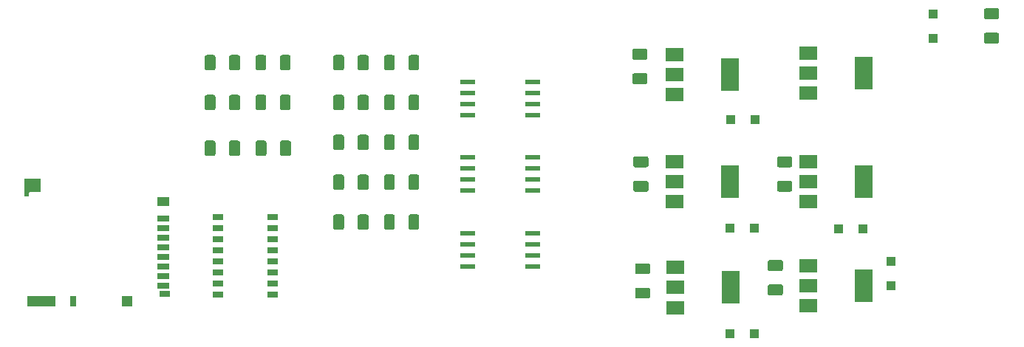
<source format=gbr>
G04 #@! TF.GenerationSoftware,KiCad,Pcbnew,(5.1.2)-2*
G04 #@! TF.CreationDate,2020-01-31T13:49:52-06:00*
G04 #@! TF.ProjectId,Igniter,49676e69-7465-4722-9e6b-696361645f70,rev?*
G04 #@! TF.SameCoordinates,Original*
G04 #@! TF.FileFunction,Paste,Top*
G04 #@! TF.FilePolarity,Positive*
%FSLAX46Y46*%
G04 Gerber Fmt 4.6, Leading zero omitted, Abs format (unit mm)*
G04 Created by KiCad (PCBNEW (5.1.2)-2) date 2020-01-31 13:49:52*
%MOMM*%
%LPD*%
G04 APERTURE LIST*
%ADD10R,1.100000X1.100000*%
%ADD11R,1.300000X0.800000*%
%ADD12R,2.000000X3.800000*%
%ADD13R,2.000000X1.500000*%
%ADD14C,0.100000*%
%ADD15C,1.250000*%
%ADD16R,1.400000X0.700000*%
%ADD17R,1.900000X1.500000*%
%ADD18R,1.400000X1.000000*%
%ADD19R,1.200000X1.200000*%
%ADD20R,3.200000X1.200000*%
%ADD21R,1.200000X0.700000*%
%ADD22R,0.500000X0.500000*%
%ADD23R,0.800000X1.200000*%
%ADD24C,0.200000*%
%ADD25R,1.750000X0.550000*%
G04 APERTURE END LIST*
D10*
X170056000Y-101854000D03*
X167256000Y-101854000D03*
D11*
X108458000Y-113020000D03*
X108458000Y-114300000D03*
X108458000Y-115560000D03*
X108458000Y-116830000D03*
X108458000Y-118110000D03*
X108458000Y-119380000D03*
X108458000Y-120640000D03*
X108458000Y-121920000D03*
X114758000Y-121920000D03*
X114758000Y-120640000D03*
X114758000Y-119380000D03*
X114758000Y-118110000D03*
X114758000Y-116830000D03*
X114758000Y-115560000D03*
X114758000Y-114300000D03*
X114758000Y-113020000D03*
D12*
X167132400Y-96710500D03*
D13*
X160832400Y-96710500D03*
X160832400Y-99010500D03*
X160832400Y-94410500D03*
D14*
G36*
X107965504Y-99039009D02*
G01*
X107989773Y-99042609D01*
X108013571Y-99048570D01*
X108036671Y-99056835D01*
X108058849Y-99067325D01*
X108079893Y-99079938D01*
X108099598Y-99094552D01*
X108117777Y-99111028D01*
X108134253Y-99129207D01*
X108148867Y-99148912D01*
X108161480Y-99169956D01*
X108171970Y-99192134D01*
X108180235Y-99215234D01*
X108186196Y-99239032D01*
X108189796Y-99263301D01*
X108191000Y-99287805D01*
X108191000Y-100537805D01*
X108189796Y-100562309D01*
X108186196Y-100586578D01*
X108180235Y-100610376D01*
X108171970Y-100633476D01*
X108161480Y-100655654D01*
X108148867Y-100676698D01*
X108134253Y-100696403D01*
X108117777Y-100714582D01*
X108099598Y-100731058D01*
X108079893Y-100745672D01*
X108058849Y-100758285D01*
X108036671Y-100768775D01*
X108013571Y-100777040D01*
X107989773Y-100783001D01*
X107965504Y-100786601D01*
X107941000Y-100787805D01*
X107191000Y-100787805D01*
X107166496Y-100786601D01*
X107142227Y-100783001D01*
X107118429Y-100777040D01*
X107095329Y-100768775D01*
X107073151Y-100758285D01*
X107052107Y-100745672D01*
X107032402Y-100731058D01*
X107014223Y-100714582D01*
X106997747Y-100696403D01*
X106983133Y-100676698D01*
X106970520Y-100655654D01*
X106960030Y-100633476D01*
X106951765Y-100610376D01*
X106945804Y-100586578D01*
X106942204Y-100562309D01*
X106941000Y-100537805D01*
X106941000Y-99287805D01*
X106942204Y-99263301D01*
X106945804Y-99239032D01*
X106951765Y-99215234D01*
X106960030Y-99192134D01*
X106970520Y-99169956D01*
X106983133Y-99148912D01*
X106997747Y-99129207D01*
X107014223Y-99111028D01*
X107032402Y-99094552D01*
X107052107Y-99079938D01*
X107073151Y-99067325D01*
X107095329Y-99056835D01*
X107118429Y-99048570D01*
X107142227Y-99042609D01*
X107166496Y-99039009D01*
X107191000Y-99037805D01*
X107941000Y-99037805D01*
X107965504Y-99039009D01*
X107965504Y-99039009D01*
G37*
D15*
X107566000Y-99912805D03*
D14*
G36*
X110765504Y-99039009D02*
G01*
X110789773Y-99042609D01*
X110813571Y-99048570D01*
X110836671Y-99056835D01*
X110858849Y-99067325D01*
X110879893Y-99079938D01*
X110899598Y-99094552D01*
X110917777Y-99111028D01*
X110934253Y-99129207D01*
X110948867Y-99148912D01*
X110961480Y-99169956D01*
X110971970Y-99192134D01*
X110980235Y-99215234D01*
X110986196Y-99239032D01*
X110989796Y-99263301D01*
X110991000Y-99287805D01*
X110991000Y-100537805D01*
X110989796Y-100562309D01*
X110986196Y-100586578D01*
X110980235Y-100610376D01*
X110971970Y-100633476D01*
X110961480Y-100655654D01*
X110948867Y-100676698D01*
X110934253Y-100696403D01*
X110917777Y-100714582D01*
X110899598Y-100731058D01*
X110879893Y-100745672D01*
X110858849Y-100758285D01*
X110836671Y-100768775D01*
X110813571Y-100777040D01*
X110789773Y-100783001D01*
X110765504Y-100786601D01*
X110741000Y-100787805D01*
X109991000Y-100787805D01*
X109966496Y-100786601D01*
X109942227Y-100783001D01*
X109918429Y-100777040D01*
X109895329Y-100768775D01*
X109873151Y-100758285D01*
X109852107Y-100745672D01*
X109832402Y-100731058D01*
X109814223Y-100714582D01*
X109797747Y-100696403D01*
X109783133Y-100676698D01*
X109770520Y-100655654D01*
X109760030Y-100633476D01*
X109751765Y-100610376D01*
X109745804Y-100586578D01*
X109742204Y-100562309D01*
X109741000Y-100537805D01*
X109741000Y-99287805D01*
X109742204Y-99263301D01*
X109745804Y-99239032D01*
X109751765Y-99215234D01*
X109760030Y-99192134D01*
X109770520Y-99169956D01*
X109783133Y-99148912D01*
X109797747Y-99129207D01*
X109814223Y-99111028D01*
X109832402Y-99094552D01*
X109852107Y-99079938D01*
X109873151Y-99067325D01*
X109895329Y-99056835D01*
X109918429Y-99048570D01*
X109942227Y-99042609D01*
X109966496Y-99039009D01*
X109991000Y-99037805D01*
X110741000Y-99037805D01*
X110765504Y-99039009D01*
X110765504Y-99039009D01*
G37*
D15*
X110366000Y-99912805D03*
D16*
X102240000Y-113200000D03*
D17*
X87240000Y-109400000D03*
D18*
X102240000Y-111300000D03*
D19*
X98040000Y-122700000D03*
D20*
X88240000Y-122700000D03*
D21*
X102340000Y-121850000D03*
D16*
X102240000Y-114300000D03*
X102240000Y-115400000D03*
X102240000Y-116500000D03*
X102240000Y-117600000D03*
X102240000Y-118700000D03*
X102240000Y-119800000D03*
X102240000Y-120900000D03*
D22*
X86540000Y-110400000D03*
D23*
X91840000Y-122700000D03*
D24*
X86790000Y-110150000D03*
D14*
G36*
X86648579Y-110150000D02*
G01*
X86790000Y-110008579D01*
X86931421Y-110150000D01*
X86790000Y-110291421D01*
X86648579Y-110150000D01*
X86648579Y-110150000D01*
G37*
G36*
X107965504Y-94467644D02*
G01*
X107989773Y-94471244D01*
X108013571Y-94477205D01*
X108036671Y-94485470D01*
X108058849Y-94495960D01*
X108079893Y-94508573D01*
X108099598Y-94523187D01*
X108117777Y-94539663D01*
X108134253Y-94557842D01*
X108148867Y-94577547D01*
X108161480Y-94598591D01*
X108171970Y-94620769D01*
X108180235Y-94643869D01*
X108186196Y-94667667D01*
X108189796Y-94691936D01*
X108191000Y-94716440D01*
X108191000Y-95966440D01*
X108189796Y-95990944D01*
X108186196Y-96015213D01*
X108180235Y-96039011D01*
X108171970Y-96062111D01*
X108161480Y-96084289D01*
X108148867Y-96105333D01*
X108134253Y-96125038D01*
X108117777Y-96143217D01*
X108099598Y-96159693D01*
X108079893Y-96174307D01*
X108058849Y-96186920D01*
X108036671Y-96197410D01*
X108013571Y-96205675D01*
X107989773Y-96211636D01*
X107965504Y-96215236D01*
X107941000Y-96216440D01*
X107191000Y-96216440D01*
X107166496Y-96215236D01*
X107142227Y-96211636D01*
X107118429Y-96205675D01*
X107095329Y-96197410D01*
X107073151Y-96186920D01*
X107052107Y-96174307D01*
X107032402Y-96159693D01*
X107014223Y-96143217D01*
X106997747Y-96125038D01*
X106983133Y-96105333D01*
X106970520Y-96084289D01*
X106960030Y-96062111D01*
X106951765Y-96039011D01*
X106945804Y-96015213D01*
X106942204Y-95990944D01*
X106941000Y-95966440D01*
X106941000Y-94716440D01*
X106942204Y-94691936D01*
X106945804Y-94667667D01*
X106951765Y-94643869D01*
X106960030Y-94620769D01*
X106970520Y-94598591D01*
X106983133Y-94577547D01*
X106997747Y-94557842D01*
X107014223Y-94539663D01*
X107032402Y-94523187D01*
X107052107Y-94508573D01*
X107073151Y-94495960D01*
X107095329Y-94485470D01*
X107118429Y-94477205D01*
X107142227Y-94471244D01*
X107166496Y-94467644D01*
X107191000Y-94466440D01*
X107941000Y-94466440D01*
X107965504Y-94467644D01*
X107965504Y-94467644D01*
G37*
D15*
X107566000Y-95341440D03*
D14*
G36*
X110765504Y-94467644D02*
G01*
X110789773Y-94471244D01*
X110813571Y-94477205D01*
X110836671Y-94485470D01*
X110858849Y-94495960D01*
X110879893Y-94508573D01*
X110899598Y-94523187D01*
X110917777Y-94539663D01*
X110934253Y-94557842D01*
X110948867Y-94577547D01*
X110961480Y-94598591D01*
X110971970Y-94620769D01*
X110980235Y-94643869D01*
X110986196Y-94667667D01*
X110989796Y-94691936D01*
X110991000Y-94716440D01*
X110991000Y-95966440D01*
X110989796Y-95990944D01*
X110986196Y-96015213D01*
X110980235Y-96039011D01*
X110971970Y-96062111D01*
X110961480Y-96084289D01*
X110948867Y-96105333D01*
X110934253Y-96125038D01*
X110917777Y-96143217D01*
X110899598Y-96159693D01*
X110879893Y-96174307D01*
X110858849Y-96186920D01*
X110836671Y-96197410D01*
X110813571Y-96205675D01*
X110789773Y-96211636D01*
X110765504Y-96215236D01*
X110741000Y-96216440D01*
X109991000Y-96216440D01*
X109966496Y-96215236D01*
X109942227Y-96211636D01*
X109918429Y-96205675D01*
X109895329Y-96197410D01*
X109873151Y-96186920D01*
X109852107Y-96174307D01*
X109832402Y-96159693D01*
X109814223Y-96143217D01*
X109797747Y-96125038D01*
X109783133Y-96105333D01*
X109770520Y-96084289D01*
X109760030Y-96062111D01*
X109751765Y-96039011D01*
X109745804Y-96015213D01*
X109742204Y-95990944D01*
X109741000Y-95966440D01*
X109741000Y-94716440D01*
X109742204Y-94691936D01*
X109745804Y-94667667D01*
X109751765Y-94643869D01*
X109760030Y-94620769D01*
X109770520Y-94598591D01*
X109783133Y-94577547D01*
X109797747Y-94557842D01*
X109814223Y-94539663D01*
X109832402Y-94523187D01*
X109852107Y-94508573D01*
X109873151Y-94495960D01*
X109895329Y-94485470D01*
X109918429Y-94477205D01*
X109942227Y-94471244D01*
X109966496Y-94467644D01*
X109991000Y-94466440D01*
X110741000Y-94466440D01*
X110765504Y-94467644D01*
X110765504Y-94467644D01*
G37*
D15*
X110366000Y-95341440D03*
D25*
X137126000Y-97536000D03*
X137126000Y-98806000D03*
X137126000Y-100076000D03*
X137126000Y-101346000D03*
X144526000Y-101346000D03*
X144526000Y-100076000D03*
X144526000Y-98806000D03*
X144526000Y-97536000D03*
X144526000Y-106172000D03*
X144526000Y-107442000D03*
X144526000Y-108712000D03*
X144526000Y-109982000D03*
X137126000Y-109982000D03*
X137126000Y-108712000D03*
X137126000Y-107442000D03*
X137126000Y-106172000D03*
X137126000Y-114935000D03*
X137126000Y-116205000D03*
X137126000Y-117475000D03*
X137126000Y-118745000D03*
X144526000Y-118745000D03*
X144526000Y-117475000D03*
X144526000Y-116205000D03*
X144526000Y-114935000D03*
D14*
G36*
X116584184Y-99039009D02*
G01*
X116608453Y-99042609D01*
X116632251Y-99048570D01*
X116655351Y-99056835D01*
X116677529Y-99067325D01*
X116698573Y-99079938D01*
X116718278Y-99094552D01*
X116736457Y-99111028D01*
X116752933Y-99129207D01*
X116767547Y-99148912D01*
X116780160Y-99169956D01*
X116790650Y-99192134D01*
X116798915Y-99215234D01*
X116804876Y-99239032D01*
X116808476Y-99263301D01*
X116809680Y-99287805D01*
X116809680Y-100537805D01*
X116808476Y-100562309D01*
X116804876Y-100586578D01*
X116798915Y-100610376D01*
X116790650Y-100633476D01*
X116780160Y-100655654D01*
X116767547Y-100676698D01*
X116752933Y-100696403D01*
X116736457Y-100714582D01*
X116718278Y-100731058D01*
X116698573Y-100745672D01*
X116677529Y-100758285D01*
X116655351Y-100768775D01*
X116632251Y-100777040D01*
X116608453Y-100783001D01*
X116584184Y-100786601D01*
X116559680Y-100787805D01*
X115809680Y-100787805D01*
X115785176Y-100786601D01*
X115760907Y-100783001D01*
X115737109Y-100777040D01*
X115714009Y-100768775D01*
X115691831Y-100758285D01*
X115670787Y-100745672D01*
X115651082Y-100731058D01*
X115632903Y-100714582D01*
X115616427Y-100696403D01*
X115601813Y-100676698D01*
X115589200Y-100655654D01*
X115578710Y-100633476D01*
X115570445Y-100610376D01*
X115564484Y-100586578D01*
X115560884Y-100562309D01*
X115559680Y-100537805D01*
X115559680Y-99287805D01*
X115560884Y-99263301D01*
X115564484Y-99239032D01*
X115570445Y-99215234D01*
X115578710Y-99192134D01*
X115589200Y-99169956D01*
X115601813Y-99148912D01*
X115616427Y-99129207D01*
X115632903Y-99111028D01*
X115651082Y-99094552D01*
X115670787Y-99079938D01*
X115691831Y-99067325D01*
X115714009Y-99056835D01*
X115737109Y-99048570D01*
X115760907Y-99042609D01*
X115785176Y-99039009D01*
X115809680Y-99037805D01*
X116559680Y-99037805D01*
X116584184Y-99039009D01*
X116584184Y-99039009D01*
G37*
D15*
X116184680Y-99912805D03*
D14*
G36*
X113784184Y-99039009D02*
G01*
X113808453Y-99042609D01*
X113832251Y-99048570D01*
X113855351Y-99056835D01*
X113877529Y-99067325D01*
X113898573Y-99079938D01*
X113918278Y-99094552D01*
X113936457Y-99111028D01*
X113952933Y-99129207D01*
X113967547Y-99148912D01*
X113980160Y-99169956D01*
X113990650Y-99192134D01*
X113998915Y-99215234D01*
X114004876Y-99239032D01*
X114008476Y-99263301D01*
X114009680Y-99287805D01*
X114009680Y-100537805D01*
X114008476Y-100562309D01*
X114004876Y-100586578D01*
X113998915Y-100610376D01*
X113990650Y-100633476D01*
X113980160Y-100655654D01*
X113967547Y-100676698D01*
X113952933Y-100696403D01*
X113936457Y-100714582D01*
X113918278Y-100731058D01*
X113898573Y-100745672D01*
X113877529Y-100758285D01*
X113855351Y-100768775D01*
X113832251Y-100777040D01*
X113808453Y-100783001D01*
X113784184Y-100786601D01*
X113759680Y-100787805D01*
X113009680Y-100787805D01*
X112985176Y-100786601D01*
X112960907Y-100783001D01*
X112937109Y-100777040D01*
X112914009Y-100768775D01*
X112891831Y-100758285D01*
X112870787Y-100745672D01*
X112851082Y-100731058D01*
X112832903Y-100714582D01*
X112816427Y-100696403D01*
X112801813Y-100676698D01*
X112789200Y-100655654D01*
X112778710Y-100633476D01*
X112770445Y-100610376D01*
X112764484Y-100586578D01*
X112760884Y-100562309D01*
X112759680Y-100537805D01*
X112759680Y-99287805D01*
X112760884Y-99263301D01*
X112764484Y-99239032D01*
X112770445Y-99215234D01*
X112778710Y-99192134D01*
X112789200Y-99169956D01*
X112801813Y-99148912D01*
X112816427Y-99129207D01*
X112832903Y-99111028D01*
X112851082Y-99094552D01*
X112870787Y-99079938D01*
X112891831Y-99067325D01*
X112914009Y-99056835D01*
X112937109Y-99048570D01*
X112960907Y-99042609D01*
X112985176Y-99039009D01*
X113009680Y-99037805D01*
X113759680Y-99037805D01*
X113784184Y-99039009D01*
X113784184Y-99039009D01*
G37*
D15*
X113384680Y-99912805D03*
D14*
G36*
X113784184Y-94467644D02*
G01*
X113808453Y-94471244D01*
X113832251Y-94477205D01*
X113855351Y-94485470D01*
X113877529Y-94495960D01*
X113898573Y-94508573D01*
X113918278Y-94523187D01*
X113936457Y-94539663D01*
X113952933Y-94557842D01*
X113967547Y-94577547D01*
X113980160Y-94598591D01*
X113990650Y-94620769D01*
X113998915Y-94643869D01*
X114004876Y-94667667D01*
X114008476Y-94691936D01*
X114009680Y-94716440D01*
X114009680Y-95966440D01*
X114008476Y-95990944D01*
X114004876Y-96015213D01*
X113998915Y-96039011D01*
X113990650Y-96062111D01*
X113980160Y-96084289D01*
X113967547Y-96105333D01*
X113952933Y-96125038D01*
X113936457Y-96143217D01*
X113918278Y-96159693D01*
X113898573Y-96174307D01*
X113877529Y-96186920D01*
X113855351Y-96197410D01*
X113832251Y-96205675D01*
X113808453Y-96211636D01*
X113784184Y-96215236D01*
X113759680Y-96216440D01*
X113009680Y-96216440D01*
X112985176Y-96215236D01*
X112960907Y-96211636D01*
X112937109Y-96205675D01*
X112914009Y-96197410D01*
X112891831Y-96186920D01*
X112870787Y-96174307D01*
X112851082Y-96159693D01*
X112832903Y-96143217D01*
X112816427Y-96125038D01*
X112801813Y-96105333D01*
X112789200Y-96084289D01*
X112778710Y-96062111D01*
X112770445Y-96039011D01*
X112764484Y-96015213D01*
X112760884Y-95990944D01*
X112759680Y-95966440D01*
X112759680Y-94716440D01*
X112760884Y-94691936D01*
X112764484Y-94667667D01*
X112770445Y-94643869D01*
X112778710Y-94620769D01*
X112789200Y-94598591D01*
X112801813Y-94577547D01*
X112816427Y-94557842D01*
X112832903Y-94539663D01*
X112851082Y-94523187D01*
X112870787Y-94508573D01*
X112891831Y-94495960D01*
X112914009Y-94485470D01*
X112937109Y-94477205D01*
X112960907Y-94471244D01*
X112985176Y-94467644D01*
X113009680Y-94466440D01*
X113759680Y-94466440D01*
X113784184Y-94467644D01*
X113784184Y-94467644D01*
G37*
D15*
X113384680Y-95341440D03*
D14*
G36*
X116584184Y-94467644D02*
G01*
X116608453Y-94471244D01*
X116632251Y-94477205D01*
X116655351Y-94485470D01*
X116677529Y-94495960D01*
X116698573Y-94508573D01*
X116718278Y-94523187D01*
X116736457Y-94539663D01*
X116752933Y-94557842D01*
X116767547Y-94577547D01*
X116780160Y-94598591D01*
X116790650Y-94620769D01*
X116798915Y-94643869D01*
X116804876Y-94667667D01*
X116808476Y-94691936D01*
X116809680Y-94716440D01*
X116809680Y-95966440D01*
X116808476Y-95990944D01*
X116804876Y-96015213D01*
X116798915Y-96039011D01*
X116790650Y-96062111D01*
X116780160Y-96084289D01*
X116767547Y-96105333D01*
X116752933Y-96125038D01*
X116736457Y-96143217D01*
X116718278Y-96159693D01*
X116698573Y-96174307D01*
X116677529Y-96186920D01*
X116655351Y-96197410D01*
X116632251Y-96205675D01*
X116608453Y-96211636D01*
X116584184Y-96215236D01*
X116559680Y-96216440D01*
X115809680Y-96216440D01*
X115785176Y-96215236D01*
X115760907Y-96211636D01*
X115737109Y-96205675D01*
X115714009Y-96197410D01*
X115691831Y-96186920D01*
X115670787Y-96174307D01*
X115651082Y-96159693D01*
X115632903Y-96143217D01*
X115616427Y-96125038D01*
X115601813Y-96105333D01*
X115589200Y-96084289D01*
X115578710Y-96062111D01*
X115570445Y-96039011D01*
X115564484Y-96015213D01*
X115560884Y-95990944D01*
X115559680Y-95966440D01*
X115559680Y-94716440D01*
X115560884Y-94691936D01*
X115564484Y-94667667D01*
X115570445Y-94643869D01*
X115578710Y-94620769D01*
X115589200Y-94598591D01*
X115601813Y-94577547D01*
X115616427Y-94557842D01*
X115632903Y-94539663D01*
X115651082Y-94523187D01*
X115670787Y-94508573D01*
X115691831Y-94495960D01*
X115714009Y-94485470D01*
X115737109Y-94477205D01*
X115760907Y-94471244D01*
X115785176Y-94467644D01*
X115809680Y-94466440D01*
X116559680Y-94466440D01*
X116584184Y-94467644D01*
X116584184Y-94467644D01*
G37*
D15*
X116184680Y-95341440D03*
D14*
G36*
X131316184Y-94467644D02*
G01*
X131340453Y-94471244D01*
X131364251Y-94477205D01*
X131387351Y-94485470D01*
X131409529Y-94495960D01*
X131430573Y-94508573D01*
X131450278Y-94523187D01*
X131468457Y-94539663D01*
X131484933Y-94557842D01*
X131499547Y-94577547D01*
X131512160Y-94598591D01*
X131522650Y-94620769D01*
X131530915Y-94643869D01*
X131536876Y-94667667D01*
X131540476Y-94691936D01*
X131541680Y-94716440D01*
X131541680Y-95966440D01*
X131540476Y-95990944D01*
X131536876Y-96015213D01*
X131530915Y-96039011D01*
X131522650Y-96062111D01*
X131512160Y-96084289D01*
X131499547Y-96105333D01*
X131484933Y-96125038D01*
X131468457Y-96143217D01*
X131450278Y-96159693D01*
X131430573Y-96174307D01*
X131409529Y-96186920D01*
X131387351Y-96197410D01*
X131364251Y-96205675D01*
X131340453Y-96211636D01*
X131316184Y-96215236D01*
X131291680Y-96216440D01*
X130541680Y-96216440D01*
X130517176Y-96215236D01*
X130492907Y-96211636D01*
X130469109Y-96205675D01*
X130446009Y-96197410D01*
X130423831Y-96186920D01*
X130402787Y-96174307D01*
X130383082Y-96159693D01*
X130364903Y-96143217D01*
X130348427Y-96125038D01*
X130333813Y-96105333D01*
X130321200Y-96084289D01*
X130310710Y-96062111D01*
X130302445Y-96039011D01*
X130296484Y-96015213D01*
X130292884Y-95990944D01*
X130291680Y-95966440D01*
X130291680Y-94716440D01*
X130292884Y-94691936D01*
X130296484Y-94667667D01*
X130302445Y-94643869D01*
X130310710Y-94620769D01*
X130321200Y-94598591D01*
X130333813Y-94577547D01*
X130348427Y-94557842D01*
X130364903Y-94539663D01*
X130383082Y-94523187D01*
X130402787Y-94508573D01*
X130423831Y-94495960D01*
X130446009Y-94485470D01*
X130469109Y-94477205D01*
X130492907Y-94471244D01*
X130517176Y-94467644D01*
X130541680Y-94466440D01*
X131291680Y-94466440D01*
X131316184Y-94467644D01*
X131316184Y-94467644D01*
G37*
D15*
X130916680Y-95341440D03*
D14*
G36*
X128516184Y-94467644D02*
G01*
X128540453Y-94471244D01*
X128564251Y-94477205D01*
X128587351Y-94485470D01*
X128609529Y-94495960D01*
X128630573Y-94508573D01*
X128650278Y-94523187D01*
X128668457Y-94539663D01*
X128684933Y-94557842D01*
X128699547Y-94577547D01*
X128712160Y-94598591D01*
X128722650Y-94620769D01*
X128730915Y-94643869D01*
X128736876Y-94667667D01*
X128740476Y-94691936D01*
X128741680Y-94716440D01*
X128741680Y-95966440D01*
X128740476Y-95990944D01*
X128736876Y-96015213D01*
X128730915Y-96039011D01*
X128722650Y-96062111D01*
X128712160Y-96084289D01*
X128699547Y-96105333D01*
X128684933Y-96125038D01*
X128668457Y-96143217D01*
X128650278Y-96159693D01*
X128630573Y-96174307D01*
X128609529Y-96186920D01*
X128587351Y-96197410D01*
X128564251Y-96205675D01*
X128540453Y-96211636D01*
X128516184Y-96215236D01*
X128491680Y-96216440D01*
X127741680Y-96216440D01*
X127717176Y-96215236D01*
X127692907Y-96211636D01*
X127669109Y-96205675D01*
X127646009Y-96197410D01*
X127623831Y-96186920D01*
X127602787Y-96174307D01*
X127583082Y-96159693D01*
X127564903Y-96143217D01*
X127548427Y-96125038D01*
X127533813Y-96105333D01*
X127521200Y-96084289D01*
X127510710Y-96062111D01*
X127502445Y-96039011D01*
X127496484Y-96015213D01*
X127492884Y-95990944D01*
X127491680Y-95966440D01*
X127491680Y-94716440D01*
X127492884Y-94691936D01*
X127496484Y-94667667D01*
X127502445Y-94643869D01*
X127510710Y-94620769D01*
X127521200Y-94598591D01*
X127533813Y-94577547D01*
X127548427Y-94557842D01*
X127564903Y-94539663D01*
X127583082Y-94523187D01*
X127602787Y-94508573D01*
X127623831Y-94495960D01*
X127646009Y-94485470D01*
X127669109Y-94477205D01*
X127692907Y-94471244D01*
X127717176Y-94467644D01*
X127741680Y-94466440D01*
X128491680Y-94466440D01*
X128516184Y-94467644D01*
X128516184Y-94467644D01*
G37*
D15*
X128116680Y-95341440D03*
D14*
G36*
X197778904Y-89111404D02*
G01*
X197803173Y-89115004D01*
X197826971Y-89120965D01*
X197850071Y-89129230D01*
X197872249Y-89139720D01*
X197893293Y-89152333D01*
X197912998Y-89166947D01*
X197931177Y-89183423D01*
X197947653Y-89201602D01*
X197962267Y-89221307D01*
X197974880Y-89242351D01*
X197985370Y-89264529D01*
X197993635Y-89287629D01*
X197999596Y-89311427D01*
X198003196Y-89335696D01*
X198004400Y-89360200D01*
X198004400Y-90110200D01*
X198003196Y-90134704D01*
X197999596Y-90158973D01*
X197993635Y-90182771D01*
X197985370Y-90205871D01*
X197974880Y-90228049D01*
X197962267Y-90249093D01*
X197947653Y-90268798D01*
X197931177Y-90286977D01*
X197912998Y-90303453D01*
X197893293Y-90318067D01*
X197872249Y-90330680D01*
X197850071Y-90341170D01*
X197826971Y-90349435D01*
X197803173Y-90355396D01*
X197778904Y-90358996D01*
X197754400Y-90360200D01*
X196504400Y-90360200D01*
X196479896Y-90358996D01*
X196455627Y-90355396D01*
X196431829Y-90349435D01*
X196408729Y-90341170D01*
X196386551Y-90330680D01*
X196365507Y-90318067D01*
X196345802Y-90303453D01*
X196327623Y-90286977D01*
X196311147Y-90268798D01*
X196296533Y-90249093D01*
X196283920Y-90228049D01*
X196273430Y-90205871D01*
X196265165Y-90182771D01*
X196259204Y-90158973D01*
X196255604Y-90134704D01*
X196254400Y-90110200D01*
X196254400Y-89360200D01*
X196255604Y-89335696D01*
X196259204Y-89311427D01*
X196265165Y-89287629D01*
X196273430Y-89264529D01*
X196283920Y-89242351D01*
X196296533Y-89221307D01*
X196311147Y-89201602D01*
X196327623Y-89183423D01*
X196345802Y-89166947D01*
X196365507Y-89152333D01*
X196386551Y-89139720D01*
X196408729Y-89129230D01*
X196431829Y-89120965D01*
X196455627Y-89115004D01*
X196479896Y-89111404D01*
X196504400Y-89110200D01*
X197754400Y-89110200D01*
X197778904Y-89111404D01*
X197778904Y-89111404D01*
G37*
D15*
X197129400Y-89735200D03*
D14*
G36*
X197778904Y-91911404D02*
G01*
X197803173Y-91915004D01*
X197826971Y-91920965D01*
X197850071Y-91929230D01*
X197872249Y-91939720D01*
X197893293Y-91952333D01*
X197912998Y-91966947D01*
X197931177Y-91983423D01*
X197947653Y-92001602D01*
X197962267Y-92021307D01*
X197974880Y-92042351D01*
X197985370Y-92064529D01*
X197993635Y-92087629D01*
X197999596Y-92111427D01*
X198003196Y-92135696D01*
X198004400Y-92160200D01*
X198004400Y-92910200D01*
X198003196Y-92934704D01*
X197999596Y-92958973D01*
X197993635Y-92982771D01*
X197985370Y-93005871D01*
X197974880Y-93028049D01*
X197962267Y-93049093D01*
X197947653Y-93068798D01*
X197931177Y-93086977D01*
X197912998Y-93103453D01*
X197893293Y-93118067D01*
X197872249Y-93130680D01*
X197850071Y-93141170D01*
X197826971Y-93149435D01*
X197803173Y-93155396D01*
X197778904Y-93158996D01*
X197754400Y-93160200D01*
X196504400Y-93160200D01*
X196479896Y-93158996D01*
X196455627Y-93155396D01*
X196431829Y-93149435D01*
X196408729Y-93141170D01*
X196386551Y-93130680D01*
X196365507Y-93118067D01*
X196345802Y-93103453D01*
X196327623Y-93086977D01*
X196311147Y-93068798D01*
X196296533Y-93049093D01*
X196283920Y-93028049D01*
X196273430Y-93005871D01*
X196265165Y-92982771D01*
X196259204Y-92958973D01*
X196255604Y-92934704D01*
X196254400Y-92910200D01*
X196254400Y-92160200D01*
X196255604Y-92135696D01*
X196259204Y-92111427D01*
X196265165Y-92087629D01*
X196273430Y-92064529D01*
X196283920Y-92042351D01*
X196296533Y-92021307D01*
X196311147Y-92001602D01*
X196327623Y-91983423D01*
X196345802Y-91966947D01*
X196365507Y-91952333D01*
X196386551Y-91939720D01*
X196408729Y-91929230D01*
X196431829Y-91920965D01*
X196455627Y-91915004D01*
X196479896Y-91911404D01*
X196504400Y-91910200D01*
X197754400Y-91910200D01*
X197778904Y-91911404D01*
X197778904Y-91911404D01*
G37*
D15*
X197129400Y-92535200D03*
D14*
G36*
X131316184Y-103610374D02*
G01*
X131340453Y-103613974D01*
X131364251Y-103619935D01*
X131387351Y-103628200D01*
X131409529Y-103638690D01*
X131430573Y-103651303D01*
X131450278Y-103665917D01*
X131468457Y-103682393D01*
X131484933Y-103700572D01*
X131499547Y-103720277D01*
X131512160Y-103741321D01*
X131522650Y-103763499D01*
X131530915Y-103786599D01*
X131536876Y-103810397D01*
X131540476Y-103834666D01*
X131541680Y-103859170D01*
X131541680Y-105109170D01*
X131540476Y-105133674D01*
X131536876Y-105157943D01*
X131530915Y-105181741D01*
X131522650Y-105204841D01*
X131512160Y-105227019D01*
X131499547Y-105248063D01*
X131484933Y-105267768D01*
X131468457Y-105285947D01*
X131450278Y-105302423D01*
X131430573Y-105317037D01*
X131409529Y-105329650D01*
X131387351Y-105340140D01*
X131364251Y-105348405D01*
X131340453Y-105354366D01*
X131316184Y-105357966D01*
X131291680Y-105359170D01*
X130541680Y-105359170D01*
X130517176Y-105357966D01*
X130492907Y-105354366D01*
X130469109Y-105348405D01*
X130446009Y-105340140D01*
X130423831Y-105329650D01*
X130402787Y-105317037D01*
X130383082Y-105302423D01*
X130364903Y-105285947D01*
X130348427Y-105267768D01*
X130333813Y-105248063D01*
X130321200Y-105227019D01*
X130310710Y-105204841D01*
X130302445Y-105181741D01*
X130296484Y-105157943D01*
X130292884Y-105133674D01*
X130291680Y-105109170D01*
X130291680Y-103859170D01*
X130292884Y-103834666D01*
X130296484Y-103810397D01*
X130302445Y-103786599D01*
X130310710Y-103763499D01*
X130321200Y-103741321D01*
X130333813Y-103720277D01*
X130348427Y-103700572D01*
X130364903Y-103682393D01*
X130383082Y-103665917D01*
X130402787Y-103651303D01*
X130423831Y-103638690D01*
X130446009Y-103628200D01*
X130469109Y-103619935D01*
X130492907Y-103613974D01*
X130517176Y-103610374D01*
X130541680Y-103609170D01*
X131291680Y-103609170D01*
X131316184Y-103610374D01*
X131316184Y-103610374D01*
G37*
D15*
X130916680Y-104484170D03*
D14*
G36*
X128516184Y-103610374D02*
G01*
X128540453Y-103613974D01*
X128564251Y-103619935D01*
X128587351Y-103628200D01*
X128609529Y-103638690D01*
X128630573Y-103651303D01*
X128650278Y-103665917D01*
X128668457Y-103682393D01*
X128684933Y-103700572D01*
X128699547Y-103720277D01*
X128712160Y-103741321D01*
X128722650Y-103763499D01*
X128730915Y-103786599D01*
X128736876Y-103810397D01*
X128740476Y-103834666D01*
X128741680Y-103859170D01*
X128741680Y-105109170D01*
X128740476Y-105133674D01*
X128736876Y-105157943D01*
X128730915Y-105181741D01*
X128722650Y-105204841D01*
X128712160Y-105227019D01*
X128699547Y-105248063D01*
X128684933Y-105267768D01*
X128668457Y-105285947D01*
X128650278Y-105302423D01*
X128630573Y-105317037D01*
X128609529Y-105329650D01*
X128587351Y-105340140D01*
X128564251Y-105348405D01*
X128540453Y-105354366D01*
X128516184Y-105357966D01*
X128491680Y-105359170D01*
X127741680Y-105359170D01*
X127717176Y-105357966D01*
X127692907Y-105354366D01*
X127669109Y-105348405D01*
X127646009Y-105340140D01*
X127623831Y-105329650D01*
X127602787Y-105317037D01*
X127583082Y-105302423D01*
X127564903Y-105285947D01*
X127548427Y-105267768D01*
X127533813Y-105248063D01*
X127521200Y-105227019D01*
X127510710Y-105204841D01*
X127502445Y-105181741D01*
X127496484Y-105157943D01*
X127492884Y-105133674D01*
X127491680Y-105109170D01*
X127491680Y-103859170D01*
X127492884Y-103834666D01*
X127496484Y-103810397D01*
X127502445Y-103786599D01*
X127510710Y-103763499D01*
X127521200Y-103741321D01*
X127533813Y-103720277D01*
X127548427Y-103700572D01*
X127564903Y-103682393D01*
X127583082Y-103665917D01*
X127602787Y-103651303D01*
X127623831Y-103638690D01*
X127646009Y-103628200D01*
X127669109Y-103619935D01*
X127692907Y-103613974D01*
X127717176Y-103610374D01*
X127741680Y-103609170D01*
X128491680Y-103609170D01*
X128516184Y-103610374D01*
X128516184Y-103610374D01*
G37*
D15*
X128116680Y-104484170D03*
D14*
G36*
X128516184Y-99039009D02*
G01*
X128540453Y-99042609D01*
X128564251Y-99048570D01*
X128587351Y-99056835D01*
X128609529Y-99067325D01*
X128630573Y-99079938D01*
X128650278Y-99094552D01*
X128668457Y-99111028D01*
X128684933Y-99129207D01*
X128699547Y-99148912D01*
X128712160Y-99169956D01*
X128722650Y-99192134D01*
X128730915Y-99215234D01*
X128736876Y-99239032D01*
X128740476Y-99263301D01*
X128741680Y-99287805D01*
X128741680Y-100537805D01*
X128740476Y-100562309D01*
X128736876Y-100586578D01*
X128730915Y-100610376D01*
X128722650Y-100633476D01*
X128712160Y-100655654D01*
X128699547Y-100676698D01*
X128684933Y-100696403D01*
X128668457Y-100714582D01*
X128650278Y-100731058D01*
X128630573Y-100745672D01*
X128609529Y-100758285D01*
X128587351Y-100768775D01*
X128564251Y-100777040D01*
X128540453Y-100783001D01*
X128516184Y-100786601D01*
X128491680Y-100787805D01*
X127741680Y-100787805D01*
X127717176Y-100786601D01*
X127692907Y-100783001D01*
X127669109Y-100777040D01*
X127646009Y-100768775D01*
X127623831Y-100758285D01*
X127602787Y-100745672D01*
X127583082Y-100731058D01*
X127564903Y-100714582D01*
X127548427Y-100696403D01*
X127533813Y-100676698D01*
X127521200Y-100655654D01*
X127510710Y-100633476D01*
X127502445Y-100610376D01*
X127496484Y-100586578D01*
X127492884Y-100562309D01*
X127491680Y-100537805D01*
X127491680Y-99287805D01*
X127492884Y-99263301D01*
X127496484Y-99239032D01*
X127502445Y-99215234D01*
X127510710Y-99192134D01*
X127521200Y-99169956D01*
X127533813Y-99148912D01*
X127548427Y-99129207D01*
X127564903Y-99111028D01*
X127583082Y-99094552D01*
X127602787Y-99079938D01*
X127623831Y-99067325D01*
X127646009Y-99056835D01*
X127669109Y-99048570D01*
X127692907Y-99042609D01*
X127717176Y-99039009D01*
X127741680Y-99037805D01*
X128491680Y-99037805D01*
X128516184Y-99039009D01*
X128516184Y-99039009D01*
G37*
D15*
X128116680Y-99912805D03*
D14*
G36*
X131316184Y-99039009D02*
G01*
X131340453Y-99042609D01*
X131364251Y-99048570D01*
X131387351Y-99056835D01*
X131409529Y-99067325D01*
X131430573Y-99079938D01*
X131450278Y-99094552D01*
X131468457Y-99111028D01*
X131484933Y-99129207D01*
X131499547Y-99148912D01*
X131512160Y-99169956D01*
X131522650Y-99192134D01*
X131530915Y-99215234D01*
X131536876Y-99239032D01*
X131540476Y-99263301D01*
X131541680Y-99287805D01*
X131541680Y-100537805D01*
X131540476Y-100562309D01*
X131536876Y-100586578D01*
X131530915Y-100610376D01*
X131522650Y-100633476D01*
X131512160Y-100655654D01*
X131499547Y-100676698D01*
X131484933Y-100696403D01*
X131468457Y-100714582D01*
X131450278Y-100731058D01*
X131430573Y-100745672D01*
X131409529Y-100758285D01*
X131387351Y-100768775D01*
X131364251Y-100777040D01*
X131340453Y-100783001D01*
X131316184Y-100786601D01*
X131291680Y-100787805D01*
X130541680Y-100787805D01*
X130517176Y-100786601D01*
X130492907Y-100783001D01*
X130469109Y-100777040D01*
X130446009Y-100768775D01*
X130423831Y-100758285D01*
X130402787Y-100745672D01*
X130383082Y-100731058D01*
X130364903Y-100714582D01*
X130348427Y-100696403D01*
X130333813Y-100676698D01*
X130321200Y-100655654D01*
X130310710Y-100633476D01*
X130302445Y-100610376D01*
X130296484Y-100586578D01*
X130292884Y-100562309D01*
X130291680Y-100537805D01*
X130291680Y-99287805D01*
X130292884Y-99263301D01*
X130296484Y-99239032D01*
X130302445Y-99215234D01*
X130310710Y-99192134D01*
X130321200Y-99169956D01*
X130333813Y-99148912D01*
X130348427Y-99129207D01*
X130364903Y-99111028D01*
X130383082Y-99094552D01*
X130402787Y-99079938D01*
X130423831Y-99067325D01*
X130446009Y-99056835D01*
X130469109Y-99048570D01*
X130492907Y-99042609D01*
X130517176Y-99039009D01*
X130541680Y-99037805D01*
X131291680Y-99037805D01*
X131316184Y-99039009D01*
X131316184Y-99039009D01*
G37*
D15*
X130916680Y-99912805D03*
D14*
G36*
X131316184Y-108181739D02*
G01*
X131340453Y-108185339D01*
X131364251Y-108191300D01*
X131387351Y-108199565D01*
X131409529Y-108210055D01*
X131430573Y-108222668D01*
X131450278Y-108237282D01*
X131468457Y-108253758D01*
X131484933Y-108271937D01*
X131499547Y-108291642D01*
X131512160Y-108312686D01*
X131522650Y-108334864D01*
X131530915Y-108357964D01*
X131536876Y-108381762D01*
X131540476Y-108406031D01*
X131541680Y-108430535D01*
X131541680Y-109680535D01*
X131540476Y-109705039D01*
X131536876Y-109729308D01*
X131530915Y-109753106D01*
X131522650Y-109776206D01*
X131512160Y-109798384D01*
X131499547Y-109819428D01*
X131484933Y-109839133D01*
X131468457Y-109857312D01*
X131450278Y-109873788D01*
X131430573Y-109888402D01*
X131409529Y-109901015D01*
X131387351Y-109911505D01*
X131364251Y-109919770D01*
X131340453Y-109925731D01*
X131316184Y-109929331D01*
X131291680Y-109930535D01*
X130541680Y-109930535D01*
X130517176Y-109929331D01*
X130492907Y-109925731D01*
X130469109Y-109919770D01*
X130446009Y-109911505D01*
X130423831Y-109901015D01*
X130402787Y-109888402D01*
X130383082Y-109873788D01*
X130364903Y-109857312D01*
X130348427Y-109839133D01*
X130333813Y-109819428D01*
X130321200Y-109798384D01*
X130310710Y-109776206D01*
X130302445Y-109753106D01*
X130296484Y-109729308D01*
X130292884Y-109705039D01*
X130291680Y-109680535D01*
X130291680Y-108430535D01*
X130292884Y-108406031D01*
X130296484Y-108381762D01*
X130302445Y-108357964D01*
X130310710Y-108334864D01*
X130321200Y-108312686D01*
X130333813Y-108291642D01*
X130348427Y-108271937D01*
X130364903Y-108253758D01*
X130383082Y-108237282D01*
X130402787Y-108222668D01*
X130423831Y-108210055D01*
X130446009Y-108199565D01*
X130469109Y-108191300D01*
X130492907Y-108185339D01*
X130517176Y-108181739D01*
X130541680Y-108180535D01*
X131291680Y-108180535D01*
X131316184Y-108181739D01*
X131316184Y-108181739D01*
G37*
D15*
X130916680Y-109055535D03*
D14*
G36*
X128516184Y-108181739D02*
G01*
X128540453Y-108185339D01*
X128564251Y-108191300D01*
X128587351Y-108199565D01*
X128609529Y-108210055D01*
X128630573Y-108222668D01*
X128650278Y-108237282D01*
X128668457Y-108253758D01*
X128684933Y-108271937D01*
X128699547Y-108291642D01*
X128712160Y-108312686D01*
X128722650Y-108334864D01*
X128730915Y-108357964D01*
X128736876Y-108381762D01*
X128740476Y-108406031D01*
X128741680Y-108430535D01*
X128741680Y-109680535D01*
X128740476Y-109705039D01*
X128736876Y-109729308D01*
X128730915Y-109753106D01*
X128722650Y-109776206D01*
X128712160Y-109798384D01*
X128699547Y-109819428D01*
X128684933Y-109839133D01*
X128668457Y-109857312D01*
X128650278Y-109873788D01*
X128630573Y-109888402D01*
X128609529Y-109901015D01*
X128587351Y-109911505D01*
X128564251Y-109919770D01*
X128540453Y-109925731D01*
X128516184Y-109929331D01*
X128491680Y-109930535D01*
X127741680Y-109930535D01*
X127717176Y-109929331D01*
X127692907Y-109925731D01*
X127669109Y-109919770D01*
X127646009Y-109911505D01*
X127623831Y-109901015D01*
X127602787Y-109888402D01*
X127583082Y-109873788D01*
X127564903Y-109857312D01*
X127548427Y-109839133D01*
X127533813Y-109819428D01*
X127521200Y-109798384D01*
X127510710Y-109776206D01*
X127502445Y-109753106D01*
X127496484Y-109729308D01*
X127492884Y-109705039D01*
X127491680Y-109680535D01*
X127491680Y-108430535D01*
X127492884Y-108406031D01*
X127496484Y-108381762D01*
X127502445Y-108357964D01*
X127510710Y-108334864D01*
X127521200Y-108312686D01*
X127533813Y-108291642D01*
X127548427Y-108271937D01*
X127564903Y-108253758D01*
X127583082Y-108237282D01*
X127602787Y-108222668D01*
X127623831Y-108210055D01*
X127646009Y-108199565D01*
X127669109Y-108191300D01*
X127692907Y-108185339D01*
X127717176Y-108181739D01*
X127741680Y-108180535D01*
X128491680Y-108180535D01*
X128516184Y-108181739D01*
X128516184Y-108181739D01*
G37*
D15*
X128116680Y-109055535D03*
D14*
G36*
X128516184Y-112753104D02*
G01*
X128540453Y-112756704D01*
X128564251Y-112762665D01*
X128587351Y-112770930D01*
X128609529Y-112781420D01*
X128630573Y-112794033D01*
X128650278Y-112808647D01*
X128668457Y-112825123D01*
X128684933Y-112843302D01*
X128699547Y-112863007D01*
X128712160Y-112884051D01*
X128722650Y-112906229D01*
X128730915Y-112929329D01*
X128736876Y-112953127D01*
X128740476Y-112977396D01*
X128741680Y-113001900D01*
X128741680Y-114251900D01*
X128740476Y-114276404D01*
X128736876Y-114300673D01*
X128730915Y-114324471D01*
X128722650Y-114347571D01*
X128712160Y-114369749D01*
X128699547Y-114390793D01*
X128684933Y-114410498D01*
X128668457Y-114428677D01*
X128650278Y-114445153D01*
X128630573Y-114459767D01*
X128609529Y-114472380D01*
X128587351Y-114482870D01*
X128564251Y-114491135D01*
X128540453Y-114497096D01*
X128516184Y-114500696D01*
X128491680Y-114501900D01*
X127741680Y-114501900D01*
X127717176Y-114500696D01*
X127692907Y-114497096D01*
X127669109Y-114491135D01*
X127646009Y-114482870D01*
X127623831Y-114472380D01*
X127602787Y-114459767D01*
X127583082Y-114445153D01*
X127564903Y-114428677D01*
X127548427Y-114410498D01*
X127533813Y-114390793D01*
X127521200Y-114369749D01*
X127510710Y-114347571D01*
X127502445Y-114324471D01*
X127496484Y-114300673D01*
X127492884Y-114276404D01*
X127491680Y-114251900D01*
X127491680Y-113001900D01*
X127492884Y-112977396D01*
X127496484Y-112953127D01*
X127502445Y-112929329D01*
X127510710Y-112906229D01*
X127521200Y-112884051D01*
X127533813Y-112863007D01*
X127548427Y-112843302D01*
X127564903Y-112825123D01*
X127583082Y-112808647D01*
X127602787Y-112794033D01*
X127623831Y-112781420D01*
X127646009Y-112770930D01*
X127669109Y-112762665D01*
X127692907Y-112756704D01*
X127717176Y-112753104D01*
X127741680Y-112751900D01*
X128491680Y-112751900D01*
X128516184Y-112753104D01*
X128516184Y-112753104D01*
G37*
D15*
X128116680Y-113626900D03*
D14*
G36*
X131316184Y-112753104D02*
G01*
X131340453Y-112756704D01*
X131364251Y-112762665D01*
X131387351Y-112770930D01*
X131409529Y-112781420D01*
X131430573Y-112794033D01*
X131450278Y-112808647D01*
X131468457Y-112825123D01*
X131484933Y-112843302D01*
X131499547Y-112863007D01*
X131512160Y-112884051D01*
X131522650Y-112906229D01*
X131530915Y-112929329D01*
X131536876Y-112953127D01*
X131540476Y-112977396D01*
X131541680Y-113001900D01*
X131541680Y-114251900D01*
X131540476Y-114276404D01*
X131536876Y-114300673D01*
X131530915Y-114324471D01*
X131522650Y-114347571D01*
X131512160Y-114369749D01*
X131499547Y-114390793D01*
X131484933Y-114410498D01*
X131468457Y-114428677D01*
X131450278Y-114445153D01*
X131430573Y-114459767D01*
X131409529Y-114472380D01*
X131387351Y-114482870D01*
X131364251Y-114491135D01*
X131340453Y-114497096D01*
X131316184Y-114500696D01*
X131291680Y-114501900D01*
X130541680Y-114501900D01*
X130517176Y-114500696D01*
X130492907Y-114497096D01*
X130469109Y-114491135D01*
X130446009Y-114482870D01*
X130423831Y-114472380D01*
X130402787Y-114459767D01*
X130383082Y-114445153D01*
X130364903Y-114428677D01*
X130348427Y-114410498D01*
X130333813Y-114390793D01*
X130321200Y-114369749D01*
X130310710Y-114347571D01*
X130302445Y-114324471D01*
X130296484Y-114300673D01*
X130292884Y-114276404D01*
X130291680Y-114251900D01*
X130291680Y-113001900D01*
X130292884Y-112977396D01*
X130296484Y-112953127D01*
X130302445Y-112929329D01*
X130310710Y-112906229D01*
X130321200Y-112884051D01*
X130333813Y-112863007D01*
X130348427Y-112843302D01*
X130364903Y-112825123D01*
X130383082Y-112808647D01*
X130402787Y-112794033D01*
X130423831Y-112781420D01*
X130446009Y-112770930D01*
X130469109Y-112762665D01*
X130492907Y-112756704D01*
X130517176Y-112753104D01*
X130541680Y-112751900D01*
X131291680Y-112751900D01*
X131316184Y-112753104D01*
X131316184Y-112753104D01*
G37*
D15*
X130916680Y-113626900D03*
D14*
G36*
X157469104Y-93759604D02*
G01*
X157493373Y-93763204D01*
X157517171Y-93769165D01*
X157540271Y-93777430D01*
X157562449Y-93787920D01*
X157583493Y-93800533D01*
X157603198Y-93815147D01*
X157621377Y-93831623D01*
X157637853Y-93849802D01*
X157652467Y-93869507D01*
X157665080Y-93890551D01*
X157675570Y-93912729D01*
X157683835Y-93935829D01*
X157689796Y-93959627D01*
X157693396Y-93983896D01*
X157694600Y-94008400D01*
X157694600Y-94758400D01*
X157693396Y-94782904D01*
X157689796Y-94807173D01*
X157683835Y-94830971D01*
X157675570Y-94854071D01*
X157665080Y-94876249D01*
X157652467Y-94897293D01*
X157637853Y-94916998D01*
X157621377Y-94935177D01*
X157603198Y-94951653D01*
X157583493Y-94966267D01*
X157562449Y-94978880D01*
X157540271Y-94989370D01*
X157517171Y-94997635D01*
X157493373Y-95003596D01*
X157469104Y-95007196D01*
X157444600Y-95008400D01*
X156194600Y-95008400D01*
X156170096Y-95007196D01*
X156145827Y-95003596D01*
X156122029Y-94997635D01*
X156098929Y-94989370D01*
X156076751Y-94978880D01*
X156055707Y-94966267D01*
X156036002Y-94951653D01*
X156017823Y-94935177D01*
X156001347Y-94916998D01*
X155986733Y-94897293D01*
X155974120Y-94876249D01*
X155963630Y-94854071D01*
X155955365Y-94830971D01*
X155949404Y-94807173D01*
X155945804Y-94782904D01*
X155944600Y-94758400D01*
X155944600Y-94008400D01*
X155945804Y-93983896D01*
X155949404Y-93959627D01*
X155955365Y-93935829D01*
X155963630Y-93912729D01*
X155974120Y-93890551D01*
X155986733Y-93869507D01*
X156001347Y-93849802D01*
X156017823Y-93831623D01*
X156036002Y-93815147D01*
X156055707Y-93800533D01*
X156076751Y-93787920D01*
X156098929Y-93777430D01*
X156122029Y-93769165D01*
X156145827Y-93763204D01*
X156170096Y-93759604D01*
X156194600Y-93758400D01*
X157444600Y-93758400D01*
X157469104Y-93759604D01*
X157469104Y-93759604D01*
G37*
D15*
X156819600Y-94383400D03*
D14*
G36*
X157469104Y-96559604D02*
G01*
X157493373Y-96563204D01*
X157517171Y-96569165D01*
X157540271Y-96577430D01*
X157562449Y-96587920D01*
X157583493Y-96600533D01*
X157603198Y-96615147D01*
X157621377Y-96631623D01*
X157637853Y-96649802D01*
X157652467Y-96669507D01*
X157665080Y-96690551D01*
X157675570Y-96712729D01*
X157683835Y-96735829D01*
X157689796Y-96759627D01*
X157693396Y-96783896D01*
X157694600Y-96808400D01*
X157694600Y-97558400D01*
X157693396Y-97582904D01*
X157689796Y-97607173D01*
X157683835Y-97630971D01*
X157675570Y-97654071D01*
X157665080Y-97676249D01*
X157652467Y-97697293D01*
X157637853Y-97716998D01*
X157621377Y-97735177D01*
X157603198Y-97751653D01*
X157583493Y-97766267D01*
X157562449Y-97778880D01*
X157540271Y-97789370D01*
X157517171Y-97797635D01*
X157493373Y-97803596D01*
X157469104Y-97807196D01*
X157444600Y-97808400D01*
X156194600Y-97808400D01*
X156170096Y-97807196D01*
X156145827Y-97803596D01*
X156122029Y-97797635D01*
X156098929Y-97789370D01*
X156076751Y-97778880D01*
X156055707Y-97766267D01*
X156036002Y-97751653D01*
X156017823Y-97735177D01*
X156001347Y-97716998D01*
X155986733Y-97697293D01*
X155974120Y-97676249D01*
X155963630Y-97654071D01*
X155955365Y-97630971D01*
X155949404Y-97607173D01*
X155945804Y-97582904D01*
X155944600Y-97558400D01*
X155944600Y-96808400D01*
X155945804Y-96783896D01*
X155949404Y-96759627D01*
X155955365Y-96735829D01*
X155963630Y-96712729D01*
X155974120Y-96690551D01*
X155986733Y-96669507D01*
X156001347Y-96649802D01*
X156017823Y-96631623D01*
X156036002Y-96615147D01*
X156055707Y-96600533D01*
X156076751Y-96587920D01*
X156098929Y-96577430D01*
X156122029Y-96569165D01*
X156145827Y-96563204D01*
X156170096Y-96559604D01*
X156194600Y-96558400D01*
X157444600Y-96558400D01*
X157469104Y-96559604D01*
X157469104Y-96559604D01*
G37*
D15*
X156819600Y-97183400D03*
D10*
X190461900Y-89735200D03*
X190461900Y-92535200D03*
D14*
G36*
X125497504Y-94467644D02*
G01*
X125521773Y-94471244D01*
X125545571Y-94477205D01*
X125568671Y-94485470D01*
X125590849Y-94495960D01*
X125611893Y-94508573D01*
X125631598Y-94523187D01*
X125649777Y-94539663D01*
X125666253Y-94557842D01*
X125680867Y-94577547D01*
X125693480Y-94598591D01*
X125703970Y-94620769D01*
X125712235Y-94643869D01*
X125718196Y-94667667D01*
X125721796Y-94691936D01*
X125723000Y-94716440D01*
X125723000Y-95966440D01*
X125721796Y-95990944D01*
X125718196Y-96015213D01*
X125712235Y-96039011D01*
X125703970Y-96062111D01*
X125693480Y-96084289D01*
X125680867Y-96105333D01*
X125666253Y-96125038D01*
X125649777Y-96143217D01*
X125631598Y-96159693D01*
X125611893Y-96174307D01*
X125590849Y-96186920D01*
X125568671Y-96197410D01*
X125545571Y-96205675D01*
X125521773Y-96211636D01*
X125497504Y-96215236D01*
X125473000Y-96216440D01*
X124723000Y-96216440D01*
X124698496Y-96215236D01*
X124674227Y-96211636D01*
X124650429Y-96205675D01*
X124627329Y-96197410D01*
X124605151Y-96186920D01*
X124584107Y-96174307D01*
X124564402Y-96159693D01*
X124546223Y-96143217D01*
X124529747Y-96125038D01*
X124515133Y-96105333D01*
X124502520Y-96084289D01*
X124492030Y-96062111D01*
X124483765Y-96039011D01*
X124477804Y-96015213D01*
X124474204Y-95990944D01*
X124473000Y-95966440D01*
X124473000Y-94716440D01*
X124474204Y-94691936D01*
X124477804Y-94667667D01*
X124483765Y-94643869D01*
X124492030Y-94620769D01*
X124502520Y-94598591D01*
X124515133Y-94577547D01*
X124529747Y-94557842D01*
X124546223Y-94539663D01*
X124564402Y-94523187D01*
X124584107Y-94508573D01*
X124605151Y-94495960D01*
X124627329Y-94485470D01*
X124650429Y-94477205D01*
X124674227Y-94471244D01*
X124698496Y-94467644D01*
X124723000Y-94466440D01*
X125473000Y-94466440D01*
X125497504Y-94467644D01*
X125497504Y-94467644D01*
G37*
D15*
X125098000Y-95341440D03*
D14*
G36*
X122697504Y-94467644D02*
G01*
X122721773Y-94471244D01*
X122745571Y-94477205D01*
X122768671Y-94485470D01*
X122790849Y-94495960D01*
X122811893Y-94508573D01*
X122831598Y-94523187D01*
X122849777Y-94539663D01*
X122866253Y-94557842D01*
X122880867Y-94577547D01*
X122893480Y-94598591D01*
X122903970Y-94620769D01*
X122912235Y-94643869D01*
X122918196Y-94667667D01*
X122921796Y-94691936D01*
X122923000Y-94716440D01*
X122923000Y-95966440D01*
X122921796Y-95990944D01*
X122918196Y-96015213D01*
X122912235Y-96039011D01*
X122903970Y-96062111D01*
X122893480Y-96084289D01*
X122880867Y-96105333D01*
X122866253Y-96125038D01*
X122849777Y-96143217D01*
X122831598Y-96159693D01*
X122811893Y-96174307D01*
X122790849Y-96186920D01*
X122768671Y-96197410D01*
X122745571Y-96205675D01*
X122721773Y-96211636D01*
X122697504Y-96215236D01*
X122673000Y-96216440D01*
X121923000Y-96216440D01*
X121898496Y-96215236D01*
X121874227Y-96211636D01*
X121850429Y-96205675D01*
X121827329Y-96197410D01*
X121805151Y-96186920D01*
X121784107Y-96174307D01*
X121764402Y-96159693D01*
X121746223Y-96143217D01*
X121729747Y-96125038D01*
X121715133Y-96105333D01*
X121702520Y-96084289D01*
X121692030Y-96062111D01*
X121683765Y-96039011D01*
X121677804Y-96015213D01*
X121674204Y-95990944D01*
X121673000Y-95966440D01*
X121673000Y-94716440D01*
X121674204Y-94691936D01*
X121677804Y-94667667D01*
X121683765Y-94643869D01*
X121692030Y-94620769D01*
X121702520Y-94598591D01*
X121715133Y-94577547D01*
X121729747Y-94557842D01*
X121746223Y-94539663D01*
X121764402Y-94523187D01*
X121784107Y-94508573D01*
X121805151Y-94495960D01*
X121827329Y-94485470D01*
X121850429Y-94477205D01*
X121874227Y-94471244D01*
X121898496Y-94467644D01*
X121923000Y-94466440D01*
X122673000Y-94466440D01*
X122697504Y-94467644D01*
X122697504Y-94467644D01*
G37*
D15*
X122298000Y-95341440D03*
D14*
G36*
X122697504Y-103610374D02*
G01*
X122721773Y-103613974D01*
X122745571Y-103619935D01*
X122768671Y-103628200D01*
X122790849Y-103638690D01*
X122811893Y-103651303D01*
X122831598Y-103665917D01*
X122849777Y-103682393D01*
X122866253Y-103700572D01*
X122880867Y-103720277D01*
X122893480Y-103741321D01*
X122903970Y-103763499D01*
X122912235Y-103786599D01*
X122918196Y-103810397D01*
X122921796Y-103834666D01*
X122923000Y-103859170D01*
X122923000Y-105109170D01*
X122921796Y-105133674D01*
X122918196Y-105157943D01*
X122912235Y-105181741D01*
X122903970Y-105204841D01*
X122893480Y-105227019D01*
X122880867Y-105248063D01*
X122866253Y-105267768D01*
X122849777Y-105285947D01*
X122831598Y-105302423D01*
X122811893Y-105317037D01*
X122790849Y-105329650D01*
X122768671Y-105340140D01*
X122745571Y-105348405D01*
X122721773Y-105354366D01*
X122697504Y-105357966D01*
X122673000Y-105359170D01*
X121923000Y-105359170D01*
X121898496Y-105357966D01*
X121874227Y-105354366D01*
X121850429Y-105348405D01*
X121827329Y-105340140D01*
X121805151Y-105329650D01*
X121784107Y-105317037D01*
X121764402Y-105302423D01*
X121746223Y-105285947D01*
X121729747Y-105267768D01*
X121715133Y-105248063D01*
X121702520Y-105227019D01*
X121692030Y-105204841D01*
X121683765Y-105181741D01*
X121677804Y-105157943D01*
X121674204Y-105133674D01*
X121673000Y-105109170D01*
X121673000Y-103859170D01*
X121674204Y-103834666D01*
X121677804Y-103810397D01*
X121683765Y-103786599D01*
X121692030Y-103763499D01*
X121702520Y-103741321D01*
X121715133Y-103720277D01*
X121729747Y-103700572D01*
X121746223Y-103682393D01*
X121764402Y-103665917D01*
X121784107Y-103651303D01*
X121805151Y-103638690D01*
X121827329Y-103628200D01*
X121850429Y-103619935D01*
X121874227Y-103613974D01*
X121898496Y-103610374D01*
X121923000Y-103609170D01*
X122673000Y-103609170D01*
X122697504Y-103610374D01*
X122697504Y-103610374D01*
G37*
D15*
X122298000Y-104484170D03*
D14*
G36*
X125497504Y-103610374D02*
G01*
X125521773Y-103613974D01*
X125545571Y-103619935D01*
X125568671Y-103628200D01*
X125590849Y-103638690D01*
X125611893Y-103651303D01*
X125631598Y-103665917D01*
X125649777Y-103682393D01*
X125666253Y-103700572D01*
X125680867Y-103720277D01*
X125693480Y-103741321D01*
X125703970Y-103763499D01*
X125712235Y-103786599D01*
X125718196Y-103810397D01*
X125721796Y-103834666D01*
X125723000Y-103859170D01*
X125723000Y-105109170D01*
X125721796Y-105133674D01*
X125718196Y-105157943D01*
X125712235Y-105181741D01*
X125703970Y-105204841D01*
X125693480Y-105227019D01*
X125680867Y-105248063D01*
X125666253Y-105267768D01*
X125649777Y-105285947D01*
X125631598Y-105302423D01*
X125611893Y-105317037D01*
X125590849Y-105329650D01*
X125568671Y-105340140D01*
X125545571Y-105348405D01*
X125521773Y-105354366D01*
X125497504Y-105357966D01*
X125473000Y-105359170D01*
X124723000Y-105359170D01*
X124698496Y-105357966D01*
X124674227Y-105354366D01*
X124650429Y-105348405D01*
X124627329Y-105340140D01*
X124605151Y-105329650D01*
X124584107Y-105317037D01*
X124564402Y-105302423D01*
X124546223Y-105285947D01*
X124529747Y-105267768D01*
X124515133Y-105248063D01*
X124502520Y-105227019D01*
X124492030Y-105204841D01*
X124483765Y-105181741D01*
X124477804Y-105157943D01*
X124474204Y-105133674D01*
X124473000Y-105109170D01*
X124473000Y-103859170D01*
X124474204Y-103834666D01*
X124477804Y-103810397D01*
X124483765Y-103786599D01*
X124492030Y-103763499D01*
X124502520Y-103741321D01*
X124515133Y-103720277D01*
X124529747Y-103700572D01*
X124546223Y-103682393D01*
X124564402Y-103665917D01*
X124584107Y-103651303D01*
X124605151Y-103638690D01*
X124627329Y-103628200D01*
X124650429Y-103619935D01*
X124674227Y-103613974D01*
X124698496Y-103610374D01*
X124723000Y-103609170D01*
X125473000Y-103609170D01*
X125497504Y-103610374D01*
X125497504Y-103610374D01*
G37*
D15*
X125098000Y-104484170D03*
D14*
G36*
X122697504Y-108181739D02*
G01*
X122721773Y-108185339D01*
X122745571Y-108191300D01*
X122768671Y-108199565D01*
X122790849Y-108210055D01*
X122811893Y-108222668D01*
X122831598Y-108237282D01*
X122849777Y-108253758D01*
X122866253Y-108271937D01*
X122880867Y-108291642D01*
X122893480Y-108312686D01*
X122903970Y-108334864D01*
X122912235Y-108357964D01*
X122918196Y-108381762D01*
X122921796Y-108406031D01*
X122923000Y-108430535D01*
X122923000Y-109680535D01*
X122921796Y-109705039D01*
X122918196Y-109729308D01*
X122912235Y-109753106D01*
X122903970Y-109776206D01*
X122893480Y-109798384D01*
X122880867Y-109819428D01*
X122866253Y-109839133D01*
X122849777Y-109857312D01*
X122831598Y-109873788D01*
X122811893Y-109888402D01*
X122790849Y-109901015D01*
X122768671Y-109911505D01*
X122745571Y-109919770D01*
X122721773Y-109925731D01*
X122697504Y-109929331D01*
X122673000Y-109930535D01*
X121923000Y-109930535D01*
X121898496Y-109929331D01*
X121874227Y-109925731D01*
X121850429Y-109919770D01*
X121827329Y-109911505D01*
X121805151Y-109901015D01*
X121784107Y-109888402D01*
X121764402Y-109873788D01*
X121746223Y-109857312D01*
X121729747Y-109839133D01*
X121715133Y-109819428D01*
X121702520Y-109798384D01*
X121692030Y-109776206D01*
X121683765Y-109753106D01*
X121677804Y-109729308D01*
X121674204Y-109705039D01*
X121673000Y-109680535D01*
X121673000Y-108430535D01*
X121674204Y-108406031D01*
X121677804Y-108381762D01*
X121683765Y-108357964D01*
X121692030Y-108334864D01*
X121702520Y-108312686D01*
X121715133Y-108291642D01*
X121729747Y-108271937D01*
X121746223Y-108253758D01*
X121764402Y-108237282D01*
X121784107Y-108222668D01*
X121805151Y-108210055D01*
X121827329Y-108199565D01*
X121850429Y-108191300D01*
X121874227Y-108185339D01*
X121898496Y-108181739D01*
X121923000Y-108180535D01*
X122673000Y-108180535D01*
X122697504Y-108181739D01*
X122697504Y-108181739D01*
G37*
D15*
X122298000Y-109055535D03*
D14*
G36*
X125497504Y-108181739D02*
G01*
X125521773Y-108185339D01*
X125545571Y-108191300D01*
X125568671Y-108199565D01*
X125590849Y-108210055D01*
X125611893Y-108222668D01*
X125631598Y-108237282D01*
X125649777Y-108253758D01*
X125666253Y-108271937D01*
X125680867Y-108291642D01*
X125693480Y-108312686D01*
X125703970Y-108334864D01*
X125712235Y-108357964D01*
X125718196Y-108381762D01*
X125721796Y-108406031D01*
X125723000Y-108430535D01*
X125723000Y-109680535D01*
X125721796Y-109705039D01*
X125718196Y-109729308D01*
X125712235Y-109753106D01*
X125703970Y-109776206D01*
X125693480Y-109798384D01*
X125680867Y-109819428D01*
X125666253Y-109839133D01*
X125649777Y-109857312D01*
X125631598Y-109873788D01*
X125611893Y-109888402D01*
X125590849Y-109901015D01*
X125568671Y-109911505D01*
X125545571Y-109919770D01*
X125521773Y-109925731D01*
X125497504Y-109929331D01*
X125473000Y-109930535D01*
X124723000Y-109930535D01*
X124698496Y-109929331D01*
X124674227Y-109925731D01*
X124650429Y-109919770D01*
X124627329Y-109911505D01*
X124605151Y-109901015D01*
X124584107Y-109888402D01*
X124564402Y-109873788D01*
X124546223Y-109857312D01*
X124529747Y-109839133D01*
X124515133Y-109819428D01*
X124502520Y-109798384D01*
X124492030Y-109776206D01*
X124483765Y-109753106D01*
X124477804Y-109729308D01*
X124474204Y-109705039D01*
X124473000Y-109680535D01*
X124473000Y-108430535D01*
X124474204Y-108406031D01*
X124477804Y-108381762D01*
X124483765Y-108357964D01*
X124492030Y-108334864D01*
X124502520Y-108312686D01*
X124515133Y-108291642D01*
X124529747Y-108271937D01*
X124546223Y-108253758D01*
X124564402Y-108237282D01*
X124584107Y-108222668D01*
X124605151Y-108210055D01*
X124627329Y-108199565D01*
X124650429Y-108191300D01*
X124674227Y-108185339D01*
X124698496Y-108181739D01*
X124723000Y-108180535D01*
X125473000Y-108180535D01*
X125497504Y-108181739D01*
X125497504Y-108181739D01*
G37*
D15*
X125098000Y-109055535D03*
D14*
G36*
X125497504Y-112753104D02*
G01*
X125521773Y-112756704D01*
X125545571Y-112762665D01*
X125568671Y-112770930D01*
X125590849Y-112781420D01*
X125611893Y-112794033D01*
X125631598Y-112808647D01*
X125649777Y-112825123D01*
X125666253Y-112843302D01*
X125680867Y-112863007D01*
X125693480Y-112884051D01*
X125703970Y-112906229D01*
X125712235Y-112929329D01*
X125718196Y-112953127D01*
X125721796Y-112977396D01*
X125723000Y-113001900D01*
X125723000Y-114251900D01*
X125721796Y-114276404D01*
X125718196Y-114300673D01*
X125712235Y-114324471D01*
X125703970Y-114347571D01*
X125693480Y-114369749D01*
X125680867Y-114390793D01*
X125666253Y-114410498D01*
X125649777Y-114428677D01*
X125631598Y-114445153D01*
X125611893Y-114459767D01*
X125590849Y-114472380D01*
X125568671Y-114482870D01*
X125545571Y-114491135D01*
X125521773Y-114497096D01*
X125497504Y-114500696D01*
X125473000Y-114501900D01*
X124723000Y-114501900D01*
X124698496Y-114500696D01*
X124674227Y-114497096D01*
X124650429Y-114491135D01*
X124627329Y-114482870D01*
X124605151Y-114472380D01*
X124584107Y-114459767D01*
X124564402Y-114445153D01*
X124546223Y-114428677D01*
X124529747Y-114410498D01*
X124515133Y-114390793D01*
X124502520Y-114369749D01*
X124492030Y-114347571D01*
X124483765Y-114324471D01*
X124477804Y-114300673D01*
X124474204Y-114276404D01*
X124473000Y-114251900D01*
X124473000Y-113001900D01*
X124474204Y-112977396D01*
X124477804Y-112953127D01*
X124483765Y-112929329D01*
X124492030Y-112906229D01*
X124502520Y-112884051D01*
X124515133Y-112863007D01*
X124529747Y-112843302D01*
X124546223Y-112825123D01*
X124564402Y-112808647D01*
X124584107Y-112794033D01*
X124605151Y-112781420D01*
X124627329Y-112770930D01*
X124650429Y-112762665D01*
X124674227Y-112756704D01*
X124698496Y-112753104D01*
X124723000Y-112751900D01*
X125473000Y-112751900D01*
X125497504Y-112753104D01*
X125497504Y-112753104D01*
G37*
D15*
X125098000Y-113626900D03*
D14*
G36*
X122697504Y-112753104D02*
G01*
X122721773Y-112756704D01*
X122745571Y-112762665D01*
X122768671Y-112770930D01*
X122790849Y-112781420D01*
X122811893Y-112794033D01*
X122831598Y-112808647D01*
X122849777Y-112825123D01*
X122866253Y-112843302D01*
X122880867Y-112863007D01*
X122893480Y-112884051D01*
X122903970Y-112906229D01*
X122912235Y-112929329D01*
X122918196Y-112953127D01*
X122921796Y-112977396D01*
X122923000Y-113001900D01*
X122923000Y-114251900D01*
X122921796Y-114276404D01*
X122918196Y-114300673D01*
X122912235Y-114324471D01*
X122903970Y-114347571D01*
X122893480Y-114369749D01*
X122880867Y-114390793D01*
X122866253Y-114410498D01*
X122849777Y-114428677D01*
X122831598Y-114445153D01*
X122811893Y-114459767D01*
X122790849Y-114472380D01*
X122768671Y-114482870D01*
X122745571Y-114491135D01*
X122721773Y-114497096D01*
X122697504Y-114500696D01*
X122673000Y-114501900D01*
X121923000Y-114501900D01*
X121898496Y-114500696D01*
X121874227Y-114497096D01*
X121850429Y-114491135D01*
X121827329Y-114482870D01*
X121805151Y-114472380D01*
X121784107Y-114459767D01*
X121764402Y-114445153D01*
X121746223Y-114428677D01*
X121729747Y-114410498D01*
X121715133Y-114390793D01*
X121702520Y-114369749D01*
X121692030Y-114347571D01*
X121683765Y-114324471D01*
X121677804Y-114300673D01*
X121674204Y-114276404D01*
X121673000Y-114251900D01*
X121673000Y-113001900D01*
X121674204Y-112977396D01*
X121677804Y-112953127D01*
X121683765Y-112929329D01*
X121692030Y-112906229D01*
X121702520Y-112884051D01*
X121715133Y-112863007D01*
X121729747Y-112843302D01*
X121746223Y-112825123D01*
X121764402Y-112808647D01*
X121784107Y-112794033D01*
X121805151Y-112781420D01*
X121827329Y-112770930D01*
X121850429Y-112762665D01*
X121874227Y-112756704D01*
X121898496Y-112753104D01*
X121923000Y-112751900D01*
X122673000Y-112751900D01*
X122697504Y-112753104D01*
X122697504Y-112753104D01*
G37*
D15*
X122298000Y-113626900D03*
D14*
G36*
X122697504Y-99039009D02*
G01*
X122721773Y-99042609D01*
X122745571Y-99048570D01*
X122768671Y-99056835D01*
X122790849Y-99067325D01*
X122811893Y-99079938D01*
X122831598Y-99094552D01*
X122849777Y-99111028D01*
X122866253Y-99129207D01*
X122880867Y-99148912D01*
X122893480Y-99169956D01*
X122903970Y-99192134D01*
X122912235Y-99215234D01*
X122918196Y-99239032D01*
X122921796Y-99263301D01*
X122923000Y-99287805D01*
X122923000Y-100537805D01*
X122921796Y-100562309D01*
X122918196Y-100586578D01*
X122912235Y-100610376D01*
X122903970Y-100633476D01*
X122893480Y-100655654D01*
X122880867Y-100676698D01*
X122866253Y-100696403D01*
X122849777Y-100714582D01*
X122831598Y-100731058D01*
X122811893Y-100745672D01*
X122790849Y-100758285D01*
X122768671Y-100768775D01*
X122745571Y-100777040D01*
X122721773Y-100783001D01*
X122697504Y-100786601D01*
X122673000Y-100787805D01*
X121923000Y-100787805D01*
X121898496Y-100786601D01*
X121874227Y-100783001D01*
X121850429Y-100777040D01*
X121827329Y-100768775D01*
X121805151Y-100758285D01*
X121784107Y-100745672D01*
X121764402Y-100731058D01*
X121746223Y-100714582D01*
X121729747Y-100696403D01*
X121715133Y-100676698D01*
X121702520Y-100655654D01*
X121692030Y-100633476D01*
X121683765Y-100610376D01*
X121677804Y-100586578D01*
X121674204Y-100562309D01*
X121673000Y-100537805D01*
X121673000Y-99287805D01*
X121674204Y-99263301D01*
X121677804Y-99239032D01*
X121683765Y-99215234D01*
X121692030Y-99192134D01*
X121702520Y-99169956D01*
X121715133Y-99148912D01*
X121729747Y-99129207D01*
X121746223Y-99111028D01*
X121764402Y-99094552D01*
X121784107Y-99079938D01*
X121805151Y-99067325D01*
X121827329Y-99056835D01*
X121850429Y-99048570D01*
X121874227Y-99042609D01*
X121898496Y-99039009D01*
X121923000Y-99037805D01*
X122673000Y-99037805D01*
X122697504Y-99039009D01*
X122697504Y-99039009D01*
G37*
D15*
X122298000Y-99912805D03*
D14*
G36*
X125497504Y-99039009D02*
G01*
X125521773Y-99042609D01*
X125545571Y-99048570D01*
X125568671Y-99056835D01*
X125590849Y-99067325D01*
X125611893Y-99079938D01*
X125631598Y-99094552D01*
X125649777Y-99111028D01*
X125666253Y-99129207D01*
X125680867Y-99148912D01*
X125693480Y-99169956D01*
X125703970Y-99192134D01*
X125712235Y-99215234D01*
X125718196Y-99239032D01*
X125721796Y-99263301D01*
X125723000Y-99287805D01*
X125723000Y-100537805D01*
X125721796Y-100562309D01*
X125718196Y-100586578D01*
X125712235Y-100610376D01*
X125703970Y-100633476D01*
X125693480Y-100655654D01*
X125680867Y-100676698D01*
X125666253Y-100696403D01*
X125649777Y-100714582D01*
X125631598Y-100731058D01*
X125611893Y-100745672D01*
X125590849Y-100758285D01*
X125568671Y-100768775D01*
X125545571Y-100777040D01*
X125521773Y-100783001D01*
X125497504Y-100786601D01*
X125473000Y-100787805D01*
X124723000Y-100787805D01*
X124698496Y-100786601D01*
X124674227Y-100783001D01*
X124650429Y-100777040D01*
X124627329Y-100768775D01*
X124605151Y-100758285D01*
X124584107Y-100745672D01*
X124564402Y-100731058D01*
X124546223Y-100714582D01*
X124529747Y-100696403D01*
X124515133Y-100676698D01*
X124502520Y-100655654D01*
X124492030Y-100633476D01*
X124483765Y-100610376D01*
X124477804Y-100586578D01*
X124474204Y-100562309D01*
X124473000Y-100537805D01*
X124473000Y-99287805D01*
X124474204Y-99263301D01*
X124477804Y-99239032D01*
X124483765Y-99215234D01*
X124492030Y-99192134D01*
X124502520Y-99169956D01*
X124515133Y-99148912D01*
X124529747Y-99129207D01*
X124546223Y-99111028D01*
X124564402Y-99094552D01*
X124584107Y-99079938D01*
X124605151Y-99067325D01*
X124627329Y-99056835D01*
X124650429Y-99048570D01*
X124674227Y-99042609D01*
X124698496Y-99039009D01*
X124723000Y-99037805D01*
X125473000Y-99037805D01*
X125497504Y-99039009D01*
X125497504Y-99039009D01*
G37*
D15*
X125098000Y-99912805D03*
D10*
X169903600Y-114312700D03*
X167103600Y-114312700D03*
X182425800Y-114427000D03*
X179625800Y-114427000D03*
X169979800Y-126453900D03*
X167179800Y-126453900D03*
X185572400Y-120894300D03*
X185572400Y-118094300D03*
D14*
G36*
X157583404Y-106091304D02*
G01*
X157607673Y-106094904D01*
X157631471Y-106100865D01*
X157654571Y-106109130D01*
X157676749Y-106119620D01*
X157697793Y-106132233D01*
X157717498Y-106146847D01*
X157735677Y-106163323D01*
X157752153Y-106181502D01*
X157766767Y-106201207D01*
X157779380Y-106222251D01*
X157789870Y-106244429D01*
X157798135Y-106267529D01*
X157804096Y-106291327D01*
X157807696Y-106315596D01*
X157808900Y-106340100D01*
X157808900Y-107090100D01*
X157807696Y-107114604D01*
X157804096Y-107138873D01*
X157798135Y-107162671D01*
X157789870Y-107185771D01*
X157779380Y-107207949D01*
X157766767Y-107228993D01*
X157752153Y-107248698D01*
X157735677Y-107266877D01*
X157717498Y-107283353D01*
X157697793Y-107297967D01*
X157676749Y-107310580D01*
X157654571Y-107321070D01*
X157631471Y-107329335D01*
X157607673Y-107335296D01*
X157583404Y-107338896D01*
X157558900Y-107340100D01*
X156308900Y-107340100D01*
X156284396Y-107338896D01*
X156260127Y-107335296D01*
X156236329Y-107329335D01*
X156213229Y-107321070D01*
X156191051Y-107310580D01*
X156170007Y-107297967D01*
X156150302Y-107283353D01*
X156132123Y-107266877D01*
X156115647Y-107248698D01*
X156101033Y-107228993D01*
X156088420Y-107207949D01*
X156077930Y-107185771D01*
X156069665Y-107162671D01*
X156063704Y-107138873D01*
X156060104Y-107114604D01*
X156058900Y-107090100D01*
X156058900Y-106340100D01*
X156060104Y-106315596D01*
X156063704Y-106291327D01*
X156069665Y-106267529D01*
X156077930Y-106244429D01*
X156088420Y-106222251D01*
X156101033Y-106201207D01*
X156115647Y-106181502D01*
X156132123Y-106163323D01*
X156150302Y-106146847D01*
X156170007Y-106132233D01*
X156191051Y-106119620D01*
X156213229Y-106109130D01*
X156236329Y-106100865D01*
X156260127Y-106094904D01*
X156284396Y-106091304D01*
X156308900Y-106090100D01*
X157558900Y-106090100D01*
X157583404Y-106091304D01*
X157583404Y-106091304D01*
G37*
D15*
X156933900Y-106715100D03*
D14*
G36*
X157583404Y-108891304D02*
G01*
X157607673Y-108894904D01*
X157631471Y-108900865D01*
X157654571Y-108909130D01*
X157676749Y-108919620D01*
X157697793Y-108932233D01*
X157717498Y-108946847D01*
X157735677Y-108963323D01*
X157752153Y-108981502D01*
X157766767Y-109001207D01*
X157779380Y-109022251D01*
X157789870Y-109044429D01*
X157798135Y-109067529D01*
X157804096Y-109091327D01*
X157807696Y-109115596D01*
X157808900Y-109140100D01*
X157808900Y-109890100D01*
X157807696Y-109914604D01*
X157804096Y-109938873D01*
X157798135Y-109962671D01*
X157789870Y-109985771D01*
X157779380Y-110007949D01*
X157766767Y-110028993D01*
X157752153Y-110048698D01*
X157735677Y-110066877D01*
X157717498Y-110083353D01*
X157697793Y-110097967D01*
X157676749Y-110110580D01*
X157654571Y-110121070D01*
X157631471Y-110129335D01*
X157607673Y-110135296D01*
X157583404Y-110138896D01*
X157558900Y-110140100D01*
X156308900Y-110140100D01*
X156284396Y-110138896D01*
X156260127Y-110135296D01*
X156236329Y-110129335D01*
X156213229Y-110121070D01*
X156191051Y-110110580D01*
X156170007Y-110097967D01*
X156150302Y-110083353D01*
X156132123Y-110066877D01*
X156115647Y-110048698D01*
X156101033Y-110028993D01*
X156088420Y-110007949D01*
X156077930Y-109985771D01*
X156069665Y-109962671D01*
X156063704Y-109938873D01*
X156060104Y-109914604D01*
X156058900Y-109890100D01*
X156058900Y-109140100D01*
X156060104Y-109115596D01*
X156063704Y-109091327D01*
X156069665Y-109067529D01*
X156077930Y-109044429D01*
X156088420Y-109022251D01*
X156101033Y-109001207D01*
X156115647Y-108981502D01*
X156132123Y-108963323D01*
X156150302Y-108946847D01*
X156170007Y-108932233D01*
X156191051Y-108919620D01*
X156213229Y-108909130D01*
X156236329Y-108900865D01*
X156260127Y-108894904D01*
X156284396Y-108891304D01*
X156308900Y-108890100D01*
X157558900Y-108890100D01*
X157583404Y-108891304D01*
X157583404Y-108891304D01*
G37*
D15*
X156933900Y-109515100D03*
D14*
G36*
X174055304Y-108891304D02*
G01*
X174079573Y-108894904D01*
X174103371Y-108900865D01*
X174126471Y-108909130D01*
X174148649Y-108919620D01*
X174169693Y-108932233D01*
X174189398Y-108946847D01*
X174207577Y-108963323D01*
X174224053Y-108981502D01*
X174238667Y-109001207D01*
X174251280Y-109022251D01*
X174261770Y-109044429D01*
X174270035Y-109067529D01*
X174275996Y-109091327D01*
X174279596Y-109115596D01*
X174280800Y-109140100D01*
X174280800Y-109890100D01*
X174279596Y-109914604D01*
X174275996Y-109938873D01*
X174270035Y-109962671D01*
X174261770Y-109985771D01*
X174251280Y-110007949D01*
X174238667Y-110028993D01*
X174224053Y-110048698D01*
X174207577Y-110066877D01*
X174189398Y-110083353D01*
X174169693Y-110097967D01*
X174148649Y-110110580D01*
X174126471Y-110121070D01*
X174103371Y-110129335D01*
X174079573Y-110135296D01*
X174055304Y-110138896D01*
X174030800Y-110140100D01*
X172780800Y-110140100D01*
X172756296Y-110138896D01*
X172732027Y-110135296D01*
X172708229Y-110129335D01*
X172685129Y-110121070D01*
X172662951Y-110110580D01*
X172641907Y-110097967D01*
X172622202Y-110083353D01*
X172604023Y-110066877D01*
X172587547Y-110048698D01*
X172572933Y-110028993D01*
X172560320Y-110007949D01*
X172549830Y-109985771D01*
X172541565Y-109962671D01*
X172535604Y-109938873D01*
X172532004Y-109914604D01*
X172530800Y-109890100D01*
X172530800Y-109140100D01*
X172532004Y-109115596D01*
X172535604Y-109091327D01*
X172541565Y-109067529D01*
X172549830Y-109044429D01*
X172560320Y-109022251D01*
X172572933Y-109001207D01*
X172587547Y-108981502D01*
X172604023Y-108963323D01*
X172622202Y-108946847D01*
X172641907Y-108932233D01*
X172662951Y-108919620D01*
X172685129Y-108909130D01*
X172708229Y-108900865D01*
X172732027Y-108894904D01*
X172756296Y-108891304D01*
X172780800Y-108890100D01*
X174030800Y-108890100D01*
X174055304Y-108891304D01*
X174055304Y-108891304D01*
G37*
D15*
X173405800Y-109515100D03*
D14*
G36*
X174055304Y-106091304D02*
G01*
X174079573Y-106094904D01*
X174103371Y-106100865D01*
X174126471Y-106109130D01*
X174148649Y-106119620D01*
X174169693Y-106132233D01*
X174189398Y-106146847D01*
X174207577Y-106163323D01*
X174224053Y-106181502D01*
X174238667Y-106201207D01*
X174251280Y-106222251D01*
X174261770Y-106244429D01*
X174270035Y-106267529D01*
X174275996Y-106291327D01*
X174279596Y-106315596D01*
X174280800Y-106340100D01*
X174280800Y-107090100D01*
X174279596Y-107114604D01*
X174275996Y-107138873D01*
X174270035Y-107162671D01*
X174261770Y-107185771D01*
X174251280Y-107207949D01*
X174238667Y-107228993D01*
X174224053Y-107248698D01*
X174207577Y-107266877D01*
X174189398Y-107283353D01*
X174169693Y-107297967D01*
X174148649Y-107310580D01*
X174126471Y-107321070D01*
X174103371Y-107329335D01*
X174079573Y-107335296D01*
X174055304Y-107338896D01*
X174030800Y-107340100D01*
X172780800Y-107340100D01*
X172756296Y-107338896D01*
X172732027Y-107335296D01*
X172708229Y-107329335D01*
X172685129Y-107321070D01*
X172662951Y-107310580D01*
X172641907Y-107297967D01*
X172622202Y-107283353D01*
X172604023Y-107266877D01*
X172587547Y-107248698D01*
X172572933Y-107228993D01*
X172560320Y-107207949D01*
X172549830Y-107185771D01*
X172541565Y-107162671D01*
X172535604Y-107138873D01*
X172532004Y-107114604D01*
X172530800Y-107090100D01*
X172530800Y-106340100D01*
X172532004Y-106315596D01*
X172535604Y-106291327D01*
X172541565Y-106267529D01*
X172549830Y-106244429D01*
X172560320Y-106222251D01*
X172572933Y-106201207D01*
X172587547Y-106181502D01*
X172604023Y-106163323D01*
X172622202Y-106146847D01*
X172641907Y-106132233D01*
X172662951Y-106119620D01*
X172685129Y-106109130D01*
X172708229Y-106100865D01*
X172732027Y-106094904D01*
X172756296Y-106091304D01*
X172780800Y-106090100D01*
X174030800Y-106090100D01*
X174055304Y-106091304D01*
X174055304Y-106091304D01*
G37*
D15*
X173405800Y-106715100D03*
D14*
G36*
X157799304Y-118346804D02*
G01*
X157823573Y-118350404D01*
X157847371Y-118356365D01*
X157870471Y-118364630D01*
X157892649Y-118375120D01*
X157913693Y-118387733D01*
X157933398Y-118402347D01*
X157951577Y-118418823D01*
X157968053Y-118437002D01*
X157982667Y-118456707D01*
X157995280Y-118477751D01*
X158005770Y-118499929D01*
X158014035Y-118523029D01*
X158019996Y-118546827D01*
X158023596Y-118571096D01*
X158024800Y-118595600D01*
X158024800Y-119345600D01*
X158023596Y-119370104D01*
X158019996Y-119394373D01*
X158014035Y-119418171D01*
X158005770Y-119441271D01*
X157995280Y-119463449D01*
X157982667Y-119484493D01*
X157968053Y-119504198D01*
X157951577Y-119522377D01*
X157933398Y-119538853D01*
X157913693Y-119553467D01*
X157892649Y-119566080D01*
X157870471Y-119576570D01*
X157847371Y-119584835D01*
X157823573Y-119590796D01*
X157799304Y-119594396D01*
X157774800Y-119595600D01*
X156524800Y-119595600D01*
X156500296Y-119594396D01*
X156476027Y-119590796D01*
X156452229Y-119584835D01*
X156429129Y-119576570D01*
X156406951Y-119566080D01*
X156385907Y-119553467D01*
X156366202Y-119538853D01*
X156348023Y-119522377D01*
X156331547Y-119504198D01*
X156316933Y-119484493D01*
X156304320Y-119463449D01*
X156293830Y-119441271D01*
X156285565Y-119418171D01*
X156279604Y-119394373D01*
X156276004Y-119370104D01*
X156274800Y-119345600D01*
X156274800Y-118595600D01*
X156276004Y-118571096D01*
X156279604Y-118546827D01*
X156285565Y-118523029D01*
X156293830Y-118499929D01*
X156304320Y-118477751D01*
X156316933Y-118456707D01*
X156331547Y-118437002D01*
X156348023Y-118418823D01*
X156366202Y-118402347D01*
X156385907Y-118387733D01*
X156406951Y-118375120D01*
X156429129Y-118364630D01*
X156452229Y-118356365D01*
X156476027Y-118350404D01*
X156500296Y-118346804D01*
X156524800Y-118345600D01*
X157774800Y-118345600D01*
X157799304Y-118346804D01*
X157799304Y-118346804D01*
G37*
D15*
X157149800Y-118970600D03*
D14*
G36*
X157799304Y-121146804D02*
G01*
X157823573Y-121150404D01*
X157847371Y-121156365D01*
X157870471Y-121164630D01*
X157892649Y-121175120D01*
X157913693Y-121187733D01*
X157933398Y-121202347D01*
X157951577Y-121218823D01*
X157968053Y-121237002D01*
X157982667Y-121256707D01*
X157995280Y-121277751D01*
X158005770Y-121299929D01*
X158014035Y-121323029D01*
X158019996Y-121346827D01*
X158023596Y-121371096D01*
X158024800Y-121395600D01*
X158024800Y-122145600D01*
X158023596Y-122170104D01*
X158019996Y-122194373D01*
X158014035Y-122218171D01*
X158005770Y-122241271D01*
X157995280Y-122263449D01*
X157982667Y-122284493D01*
X157968053Y-122304198D01*
X157951577Y-122322377D01*
X157933398Y-122338853D01*
X157913693Y-122353467D01*
X157892649Y-122366080D01*
X157870471Y-122376570D01*
X157847371Y-122384835D01*
X157823573Y-122390796D01*
X157799304Y-122394396D01*
X157774800Y-122395600D01*
X156524800Y-122395600D01*
X156500296Y-122394396D01*
X156476027Y-122390796D01*
X156452229Y-122384835D01*
X156429129Y-122376570D01*
X156406951Y-122366080D01*
X156385907Y-122353467D01*
X156366202Y-122338853D01*
X156348023Y-122322377D01*
X156331547Y-122304198D01*
X156316933Y-122284493D01*
X156304320Y-122263449D01*
X156293830Y-122241271D01*
X156285565Y-122218171D01*
X156279604Y-122194373D01*
X156276004Y-122170104D01*
X156274800Y-122145600D01*
X156274800Y-121395600D01*
X156276004Y-121371096D01*
X156279604Y-121346827D01*
X156285565Y-121323029D01*
X156293830Y-121299929D01*
X156304320Y-121277751D01*
X156316933Y-121256707D01*
X156331547Y-121237002D01*
X156348023Y-121218823D01*
X156366202Y-121202347D01*
X156385907Y-121187733D01*
X156406951Y-121175120D01*
X156429129Y-121164630D01*
X156452229Y-121156365D01*
X156476027Y-121150404D01*
X156500296Y-121146804D01*
X156524800Y-121145600D01*
X157774800Y-121145600D01*
X157799304Y-121146804D01*
X157799304Y-121146804D01*
G37*
D15*
X157149800Y-121770600D03*
D14*
G36*
X173001204Y-120778504D02*
G01*
X173025473Y-120782104D01*
X173049271Y-120788065D01*
X173072371Y-120796330D01*
X173094549Y-120806820D01*
X173115593Y-120819433D01*
X173135298Y-120834047D01*
X173153477Y-120850523D01*
X173169953Y-120868702D01*
X173184567Y-120888407D01*
X173197180Y-120909451D01*
X173207670Y-120931629D01*
X173215935Y-120954729D01*
X173221896Y-120978527D01*
X173225496Y-121002796D01*
X173226700Y-121027300D01*
X173226700Y-121777300D01*
X173225496Y-121801804D01*
X173221896Y-121826073D01*
X173215935Y-121849871D01*
X173207670Y-121872971D01*
X173197180Y-121895149D01*
X173184567Y-121916193D01*
X173169953Y-121935898D01*
X173153477Y-121954077D01*
X173135298Y-121970553D01*
X173115593Y-121985167D01*
X173094549Y-121997780D01*
X173072371Y-122008270D01*
X173049271Y-122016535D01*
X173025473Y-122022496D01*
X173001204Y-122026096D01*
X172976700Y-122027300D01*
X171726700Y-122027300D01*
X171702196Y-122026096D01*
X171677927Y-122022496D01*
X171654129Y-122016535D01*
X171631029Y-122008270D01*
X171608851Y-121997780D01*
X171587807Y-121985167D01*
X171568102Y-121970553D01*
X171549923Y-121954077D01*
X171533447Y-121935898D01*
X171518833Y-121916193D01*
X171506220Y-121895149D01*
X171495730Y-121872971D01*
X171487465Y-121849871D01*
X171481504Y-121826073D01*
X171477904Y-121801804D01*
X171476700Y-121777300D01*
X171476700Y-121027300D01*
X171477904Y-121002796D01*
X171481504Y-120978527D01*
X171487465Y-120954729D01*
X171495730Y-120931629D01*
X171506220Y-120909451D01*
X171518833Y-120888407D01*
X171533447Y-120868702D01*
X171549923Y-120850523D01*
X171568102Y-120834047D01*
X171587807Y-120819433D01*
X171608851Y-120806820D01*
X171631029Y-120796330D01*
X171654129Y-120788065D01*
X171677927Y-120782104D01*
X171702196Y-120778504D01*
X171726700Y-120777300D01*
X172976700Y-120777300D01*
X173001204Y-120778504D01*
X173001204Y-120778504D01*
G37*
D15*
X172351700Y-121402300D03*
D14*
G36*
X173001204Y-117978504D02*
G01*
X173025473Y-117982104D01*
X173049271Y-117988065D01*
X173072371Y-117996330D01*
X173094549Y-118006820D01*
X173115593Y-118019433D01*
X173135298Y-118034047D01*
X173153477Y-118050523D01*
X173169953Y-118068702D01*
X173184567Y-118088407D01*
X173197180Y-118109451D01*
X173207670Y-118131629D01*
X173215935Y-118154729D01*
X173221896Y-118178527D01*
X173225496Y-118202796D01*
X173226700Y-118227300D01*
X173226700Y-118977300D01*
X173225496Y-119001804D01*
X173221896Y-119026073D01*
X173215935Y-119049871D01*
X173207670Y-119072971D01*
X173197180Y-119095149D01*
X173184567Y-119116193D01*
X173169953Y-119135898D01*
X173153477Y-119154077D01*
X173135298Y-119170553D01*
X173115593Y-119185167D01*
X173094549Y-119197780D01*
X173072371Y-119208270D01*
X173049271Y-119216535D01*
X173025473Y-119222496D01*
X173001204Y-119226096D01*
X172976700Y-119227300D01*
X171726700Y-119227300D01*
X171702196Y-119226096D01*
X171677927Y-119222496D01*
X171654129Y-119216535D01*
X171631029Y-119208270D01*
X171608851Y-119197780D01*
X171587807Y-119185167D01*
X171568102Y-119170553D01*
X171549923Y-119154077D01*
X171533447Y-119135898D01*
X171518833Y-119116193D01*
X171506220Y-119095149D01*
X171495730Y-119072971D01*
X171487465Y-119049871D01*
X171481504Y-119026073D01*
X171477904Y-119001804D01*
X171476700Y-118977300D01*
X171476700Y-118227300D01*
X171477904Y-118202796D01*
X171481504Y-118178527D01*
X171487465Y-118154729D01*
X171495730Y-118131629D01*
X171506220Y-118109451D01*
X171518833Y-118088407D01*
X171533447Y-118068702D01*
X171549923Y-118050523D01*
X171568102Y-118034047D01*
X171587807Y-118019433D01*
X171608851Y-118006820D01*
X171631029Y-117996330D01*
X171654129Y-117988065D01*
X171677927Y-117982104D01*
X171702196Y-117978504D01*
X171726700Y-117977300D01*
X172976700Y-117977300D01*
X173001204Y-117978504D01*
X173001204Y-117978504D01*
G37*
D15*
X172351700Y-118602300D03*
D13*
X160832400Y-106704100D03*
X160832400Y-111304100D03*
X160832400Y-109004100D03*
D12*
X167132400Y-109004100D03*
X182461300Y-109004100D03*
D13*
X176161300Y-109004100D03*
X176161300Y-111304100D03*
X176161300Y-106704100D03*
X160921300Y-118832600D03*
X160921300Y-123432600D03*
X160921300Y-121132600D03*
D12*
X167221300Y-121132600D03*
X182461300Y-120929400D03*
D13*
X176161300Y-120929400D03*
X176161300Y-123229400D03*
X176161300Y-118629400D03*
D12*
X182461300Y-96532700D03*
D13*
X176161300Y-96532700D03*
X176161300Y-98832700D03*
X176161300Y-94232700D03*
D14*
G36*
X110765504Y-104282204D02*
G01*
X110789773Y-104285804D01*
X110813571Y-104291765D01*
X110836671Y-104300030D01*
X110858849Y-104310520D01*
X110879893Y-104323133D01*
X110899598Y-104337747D01*
X110917777Y-104354223D01*
X110934253Y-104372402D01*
X110948867Y-104392107D01*
X110961480Y-104413151D01*
X110971970Y-104435329D01*
X110980235Y-104458429D01*
X110986196Y-104482227D01*
X110989796Y-104506496D01*
X110991000Y-104531000D01*
X110991000Y-105781000D01*
X110989796Y-105805504D01*
X110986196Y-105829773D01*
X110980235Y-105853571D01*
X110971970Y-105876671D01*
X110961480Y-105898849D01*
X110948867Y-105919893D01*
X110934253Y-105939598D01*
X110917777Y-105957777D01*
X110899598Y-105974253D01*
X110879893Y-105988867D01*
X110858849Y-106001480D01*
X110836671Y-106011970D01*
X110813571Y-106020235D01*
X110789773Y-106026196D01*
X110765504Y-106029796D01*
X110741000Y-106031000D01*
X109991000Y-106031000D01*
X109966496Y-106029796D01*
X109942227Y-106026196D01*
X109918429Y-106020235D01*
X109895329Y-106011970D01*
X109873151Y-106001480D01*
X109852107Y-105988867D01*
X109832402Y-105974253D01*
X109814223Y-105957777D01*
X109797747Y-105939598D01*
X109783133Y-105919893D01*
X109770520Y-105898849D01*
X109760030Y-105876671D01*
X109751765Y-105853571D01*
X109745804Y-105829773D01*
X109742204Y-105805504D01*
X109741000Y-105781000D01*
X109741000Y-104531000D01*
X109742204Y-104506496D01*
X109745804Y-104482227D01*
X109751765Y-104458429D01*
X109760030Y-104435329D01*
X109770520Y-104413151D01*
X109783133Y-104392107D01*
X109797747Y-104372402D01*
X109814223Y-104354223D01*
X109832402Y-104337747D01*
X109852107Y-104323133D01*
X109873151Y-104310520D01*
X109895329Y-104300030D01*
X109918429Y-104291765D01*
X109942227Y-104285804D01*
X109966496Y-104282204D01*
X109991000Y-104281000D01*
X110741000Y-104281000D01*
X110765504Y-104282204D01*
X110765504Y-104282204D01*
G37*
D15*
X110366000Y-105156000D03*
D14*
G36*
X107965504Y-104282204D02*
G01*
X107989773Y-104285804D01*
X108013571Y-104291765D01*
X108036671Y-104300030D01*
X108058849Y-104310520D01*
X108079893Y-104323133D01*
X108099598Y-104337747D01*
X108117777Y-104354223D01*
X108134253Y-104372402D01*
X108148867Y-104392107D01*
X108161480Y-104413151D01*
X108171970Y-104435329D01*
X108180235Y-104458429D01*
X108186196Y-104482227D01*
X108189796Y-104506496D01*
X108191000Y-104531000D01*
X108191000Y-105781000D01*
X108189796Y-105805504D01*
X108186196Y-105829773D01*
X108180235Y-105853571D01*
X108171970Y-105876671D01*
X108161480Y-105898849D01*
X108148867Y-105919893D01*
X108134253Y-105939598D01*
X108117777Y-105957777D01*
X108099598Y-105974253D01*
X108079893Y-105988867D01*
X108058849Y-106001480D01*
X108036671Y-106011970D01*
X108013571Y-106020235D01*
X107989773Y-106026196D01*
X107965504Y-106029796D01*
X107941000Y-106031000D01*
X107191000Y-106031000D01*
X107166496Y-106029796D01*
X107142227Y-106026196D01*
X107118429Y-106020235D01*
X107095329Y-106011970D01*
X107073151Y-106001480D01*
X107052107Y-105988867D01*
X107032402Y-105974253D01*
X107014223Y-105957777D01*
X106997747Y-105939598D01*
X106983133Y-105919893D01*
X106970520Y-105898849D01*
X106960030Y-105876671D01*
X106951765Y-105853571D01*
X106945804Y-105829773D01*
X106942204Y-105805504D01*
X106941000Y-105781000D01*
X106941000Y-104531000D01*
X106942204Y-104506496D01*
X106945804Y-104482227D01*
X106951765Y-104458429D01*
X106960030Y-104435329D01*
X106970520Y-104413151D01*
X106983133Y-104392107D01*
X106997747Y-104372402D01*
X107014223Y-104354223D01*
X107032402Y-104337747D01*
X107052107Y-104323133D01*
X107073151Y-104310520D01*
X107095329Y-104300030D01*
X107118429Y-104291765D01*
X107142227Y-104285804D01*
X107166496Y-104282204D01*
X107191000Y-104281000D01*
X107941000Y-104281000D01*
X107965504Y-104282204D01*
X107965504Y-104282204D01*
G37*
D15*
X107566000Y-105156000D03*
D14*
G36*
X116607504Y-104282204D02*
G01*
X116631773Y-104285804D01*
X116655571Y-104291765D01*
X116678671Y-104300030D01*
X116700849Y-104310520D01*
X116721893Y-104323133D01*
X116741598Y-104337747D01*
X116759777Y-104354223D01*
X116776253Y-104372402D01*
X116790867Y-104392107D01*
X116803480Y-104413151D01*
X116813970Y-104435329D01*
X116822235Y-104458429D01*
X116828196Y-104482227D01*
X116831796Y-104506496D01*
X116833000Y-104531000D01*
X116833000Y-105781000D01*
X116831796Y-105805504D01*
X116828196Y-105829773D01*
X116822235Y-105853571D01*
X116813970Y-105876671D01*
X116803480Y-105898849D01*
X116790867Y-105919893D01*
X116776253Y-105939598D01*
X116759777Y-105957777D01*
X116741598Y-105974253D01*
X116721893Y-105988867D01*
X116700849Y-106001480D01*
X116678671Y-106011970D01*
X116655571Y-106020235D01*
X116631773Y-106026196D01*
X116607504Y-106029796D01*
X116583000Y-106031000D01*
X115833000Y-106031000D01*
X115808496Y-106029796D01*
X115784227Y-106026196D01*
X115760429Y-106020235D01*
X115737329Y-106011970D01*
X115715151Y-106001480D01*
X115694107Y-105988867D01*
X115674402Y-105974253D01*
X115656223Y-105957777D01*
X115639747Y-105939598D01*
X115625133Y-105919893D01*
X115612520Y-105898849D01*
X115602030Y-105876671D01*
X115593765Y-105853571D01*
X115587804Y-105829773D01*
X115584204Y-105805504D01*
X115583000Y-105781000D01*
X115583000Y-104531000D01*
X115584204Y-104506496D01*
X115587804Y-104482227D01*
X115593765Y-104458429D01*
X115602030Y-104435329D01*
X115612520Y-104413151D01*
X115625133Y-104392107D01*
X115639747Y-104372402D01*
X115656223Y-104354223D01*
X115674402Y-104337747D01*
X115694107Y-104323133D01*
X115715151Y-104310520D01*
X115737329Y-104300030D01*
X115760429Y-104291765D01*
X115784227Y-104285804D01*
X115808496Y-104282204D01*
X115833000Y-104281000D01*
X116583000Y-104281000D01*
X116607504Y-104282204D01*
X116607504Y-104282204D01*
G37*
D15*
X116208000Y-105156000D03*
D14*
G36*
X113807504Y-104282204D02*
G01*
X113831773Y-104285804D01*
X113855571Y-104291765D01*
X113878671Y-104300030D01*
X113900849Y-104310520D01*
X113921893Y-104323133D01*
X113941598Y-104337747D01*
X113959777Y-104354223D01*
X113976253Y-104372402D01*
X113990867Y-104392107D01*
X114003480Y-104413151D01*
X114013970Y-104435329D01*
X114022235Y-104458429D01*
X114028196Y-104482227D01*
X114031796Y-104506496D01*
X114033000Y-104531000D01*
X114033000Y-105781000D01*
X114031796Y-105805504D01*
X114028196Y-105829773D01*
X114022235Y-105853571D01*
X114013970Y-105876671D01*
X114003480Y-105898849D01*
X113990867Y-105919893D01*
X113976253Y-105939598D01*
X113959777Y-105957777D01*
X113941598Y-105974253D01*
X113921893Y-105988867D01*
X113900849Y-106001480D01*
X113878671Y-106011970D01*
X113855571Y-106020235D01*
X113831773Y-106026196D01*
X113807504Y-106029796D01*
X113783000Y-106031000D01*
X113033000Y-106031000D01*
X113008496Y-106029796D01*
X112984227Y-106026196D01*
X112960429Y-106020235D01*
X112937329Y-106011970D01*
X112915151Y-106001480D01*
X112894107Y-105988867D01*
X112874402Y-105974253D01*
X112856223Y-105957777D01*
X112839747Y-105939598D01*
X112825133Y-105919893D01*
X112812520Y-105898849D01*
X112802030Y-105876671D01*
X112793765Y-105853571D01*
X112787804Y-105829773D01*
X112784204Y-105805504D01*
X112783000Y-105781000D01*
X112783000Y-104531000D01*
X112784204Y-104506496D01*
X112787804Y-104482227D01*
X112793765Y-104458429D01*
X112802030Y-104435329D01*
X112812520Y-104413151D01*
X112825133Y-104392107D01*
X112839747Y-104372402D01*
X112856223Y-104354223D01*
X112874402Y-104337747D01*
X112894107Y-104323133D01*
X112915151Y-104310520D01*
X112937329Y-104300030D01*
X112960429Y-104291765D01*
X112984227Y-104285804D01*
X113008496Y-104282204D01*
X113033000Y-104281000D01*
X113783000Y-104281000D01*
X113807504Y-104282204D01*
X113807504Y-104282204D01*
G37*
D15*
X113408000Y-105156000D03*
M02*

</source>
